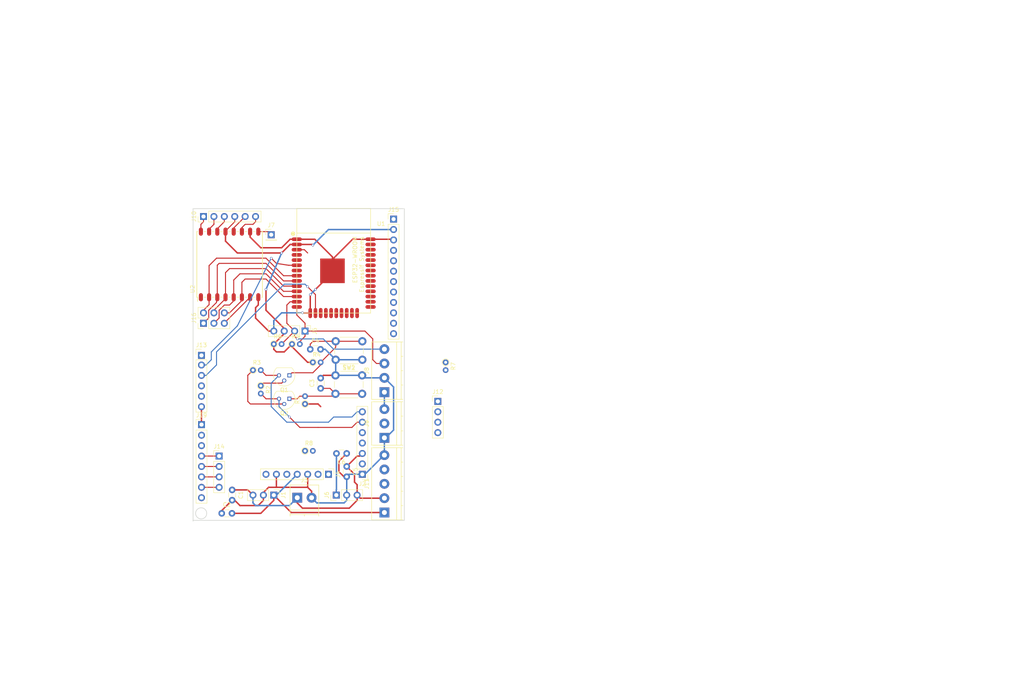
<source format=kicad_pcb>
(kicad_pcb (version 4) (host pcbnew 4.0.7-e2-6376~58~ubuntu16.04.1)

  (general
    (links 108)
    (no_connects 21)
    (area 72.949999 30.404999 124.610001 106.755001)
    (thickness 1.6)
    (drawings 48)
    (tracks 311)
    (zones 0)
    (modules 37)
    (nets 35)
  )

  (page A4)
  (layers
    (0 F.Cu signal)
    (31 B.Cu signal)
    (32 B.Adhes user)
    (33 F.Adhes user)
    (34 B.Paste user)
    (35 F.Paste user)
    (36 B.SilkS user)
    (37 F.SilkS user)
    (38 B.Mask user)
    (39 F.Mask user)
    (40 Dwgs.User user)
    (41 Cmts.User user)
    (42 Eco1.User user)
    (43 Eco2.User user)
    (44 Edge.Cuts user)
    (45 Margin user)
    (46 B.CrtYd user)
    (47 F.CrtYd user)
    (48 B.Fab user)
    (49 F.Fab user)
  )

  (setup
    (last_trace_width 0.25)
    (trace_clearance 0.2)
    (zone_clearance 0.508)
    (zone_45_only no)
    (trace_min 0.2)
    (segment_width 0.2)
    (edge_width 0.15)
    (via_size 0.6)
    (via_drill 0.4)
    (via_min_size 0.4)
    (via_min_drill 0.3)
    (uvia_size 0.3)
    (uvia_drill 0.1)
    (uvias_allowed no)
    (uvia_min_size 0.2)
    (uvia_min_drill 0.1)
    (pcb_text_width 0.3)
    (pcb_text_size 1.5 1.5)
    (mod_edge_width 0.15)
    (mod_text_size 1 1)
    (mod_text_width 0.15)
    (pad_size 1.524 1.524)
    (pad_drill 0.762)
    (pad_to_mask_clearance 0.2)
    (aux_axis_origin 0 0)
    (visible_elements FFFFFF7F)
    (pcbplotparams
      (layerselection 0x00030_80000001)
      (usegerberextensions false)
      (excludeedgelayer true)
      (linewidth 0.100000)
      (plotframeref false)
      (viasonmask false)
      (mode 1)
      (useauxorigin false)
      (hpglpennumber 1)
      (hpglpenspeed 20)
      (hpglpendiameter 15)
      (hpglpenoverlay 2)
      (psnegative false)
      (psa4output false)
      (plotreference true)
      (plotvalue true)
      (plotinvisibletext false)
      (padsonsilk false)
      (subtractmaskfromsilk false)
      (outputformat 1)
      (mirror false)
      (drillshape 1)
      (scaleselection 1)
      (outputdirectory ""))
  )

  (net 0 "")
  (net 1 VIN)
  (net 2 RESET)
  (net 3 GND)
  (net 4 0)
  (net 5 +5V)
  (net 6 RTS)
  (net 7 DTR)
  (net 8 "Net-(J7-Pad1)")
  (net 9 25)
  (net 10 SAT_RING_INDICATOR)
  (net 11 SAT_NETWORK_AVAIL)
  (net 12 27/SAT_SLEEP)
  (net 13 SAT_LION)
  (net 14 26)
  (net 15 "Net-(Q1-Pad2)")
  (net 16 "Net-(Q2-Pad2)")
  (net 17 +3V3)
  (net 18 RXD0)
  (net 19 TXD0)
  (net 20 "Net-(J12-Pad2)")
  (net 21 32)
  (net 22 33)
  (net 23 27)
  (net 24 "Net-(J9-Pad2)")
  (net 25 DIO2)
  (net 26 DIO1)
  (net 27 DIO0)
  (net 28 DIO4)
  (net 29 DIO3)
  (net 30 DIO5)
  (net 31 13)
  (net 32 34)
  (net 33 12/SDA)
  (net 34 14/SCL)

  (net_class Default "This is the default net class."
    (clearance 0.2)
    (trace_width 0.25)
    (via_dia 0.6)
    (via_drill 0.4)
    (uvia_dia 0.3)
    (uvia_drill 0.1)
    (add_net 0)
    (add_net 12/SDA)
    (add_net 13)
    (add_net 14/SCL)
    (add_net 25)
    (add_net 26)
    (add_net 27)
    (add_net 27/SAT_SLEEP)
    (add_net 32)
    (add_net 33)
    (add_net 34)
    (add_net DIO0)
    (add_net DIO1)
    (add_net DIO2)
    (add_net DIO3)
    (add_net DIO4)
    (add_net DIO5)
    (add_net DTR)
    (add_net "Net-(J12-Pad2)")
    (add_net "Net-(J7-Pad1)")
    (add_net "Net-(J9-Pad2)")
    (add_net "Net-(Q1-Pad2)")
    (add_net "Net-(Q2-Pad2)")
    (add_net RESET)
    (add_net RTS)
    (add_net RXD0)
    (add_net SAT_LION)
    (add_net SAT_NETWORK_AVAIL)
    (add_net SAT_RING_INDICATOR)
    (add_net TXD0)
  )

  (net_class power ""
    (clearance 0.2)
    (trace_width 0.35)
    (via_dia 0.6)
    (via_drill 0.4)
    (uvia_dia 0.3)
    (uvia_drill 0.1)
    (add_net +3V3)
    (add_net +5V)
    (add_net GND)
    (add_net VIN)
  )

  (module Resistors_THT:R_Axial_DIN0204_L3.6mm_D1.6mm_P1.90mm_Vertical (layer F.Cu) (tedit 5874F706) (tstamp 5B8AEDC5)
    (at 134.62 67.945 270)
    (descr "Resistor, Axial_DIN0204 series, Axial, Vertical, pin pitch=1.9mm, 0.16666666666666666W = 1/6W, length*diameter=3.6*1.6mm^2, http://cdn-reichelt.de/documents/datenblatt/B400/1_4W%23YAG.pdf")
    (tags "Resistor Axial_DIN0204 series Axial Vertical pin pitch 1.9mm 0.16666666666666666W = 1/6W length 3.6mm diameter 1.6mm")
    (path /5B88F0C7)
    (fp_text reference R7 (at 0.95 -1.86 270) (layer F.SilkS)
      (effects (font (size 1 1) (thickness 0.15)))
    )
    (fp_text value R (at 0.95 1.86 270) (layer F.Fab)
      (effects (font (size 1 1) (thickness 0.15)))
    )
    (fp_circle (center 0 0) (end 0.8 0) (layer F.Fab) (width 0.1))
    (fp_circle (center 0 0) (end 0.86 0) (layer F.SilkS) (width 0.12))
    (fp_line (start 0 0) (end 1.9 0) (layer F.Fab) (width 0.1))
    (fp_line (start 0.86 0) (end 0.9 0) (layer F.SilkS) (width 0.12))
    (fp_line (start -1.15 -1.15) (end -1.15 1.15) (layer F.CrtYd) (width 0.05))
    (fp_line (start -1.15 1.15) (end 2.95 1.15) (layer F.CrtYd) (width 0.05))
    (fp_line (start 2.95 1.15) (end 2.95 -1.15) (layer F.CrtYd) (width 0.05))
    (fp_line (start 2.95 -1.15) (end -1.15 -1.15) (layer F.CrtYd) (width 0.05))
    (pad 1 thru_hole circle (at 0 0 270) (size 1.4 1.4) (drill 0.7) (layers *.Cu *.Mask)
      (net 17 +3V3))
    (pad 2 thru_hole oval (at 1.9 0 270) (size 1.4 1.4) (drill 0.7) (layers *.Cu *.Mask)
      (net 20 "Net-(J12-Pad2)"))
    (model ${KISYS3DMOD}/Resistors_THT.3dshapes/R_Axial_DIN0204_L3.6mm_D1.6mm_P1.90mm_Vertical.wrl
      (at (xyz 0 0 0))
      (scale (xyz 0.393701 0.393701 0.393701))
      (rotate (xyz 0 0 0))
    )
  )

  (module zom:ESP32-WROOM placed (layer F.Cu) (tedit 57D08EA8) (tstamp 5B886E02)
    (at 107.315 43.18 180)
    (path /5B886D85)
    (fp_text reference U1 (at -11.557 9.017 180) (layer F.SilkS)
      (effects (font (size 1 1) (thickness 0.15)))
    )
    (fp_text value ESP32-WROOM (at 5.715 14.224 180) (layer F.Fab)
      (effects (font (size 1 1) (thickness 0.15)))
    )
    (fp_text user "Espressif Systems" (at -6.858 -0.889 270) (layer F.SilkS)
      (effects (font (size 1 1) (thickness 0.15)))
    )
    (fp_circle (center 9.906 6.604) (end 10.033 6.858) (layer F.SilkS) (width 0.5))
    (fp_text user ESP32-WROOM (at -5.207 0.254 270) (layer F.SilkS)
      (effects (font (size 1 1) (thickness 0.15)))
    )
    (fp_line (start -9 6.75) (end 9 6.75) (layer F.SilkS) (width 0.15))
    (fp_line (start 9 12.75) (end 9 -12.75) (layer F.SilkS) (width 0.15))
    (fp_line (start -9 12.75) (end -9 -12.75) (layer F.SilkS) (width 0.15))
    (fp_line (start -9 -12.75) (end 9 -12.75) (layer F.SilkS) (width 0.15))
    (fp_line (start -9 12.75) (end 9 12.75) (layer F.SilkS) (width 0.15))
    (pad 38 smd oval (at -9 5.25 180) (size 2.5 0.9) (layers F.Cu F.Paste F.Mask)
      (net 3 GND))
    (pad 37 smd oval (at -9 3.98 180) (size 2.5 0.9) (layers F.Cu F.Paste F.Mask))
    (pad 36 smd oval (at -9 2.71 180) (size 2.5 0.9) (layers F.Cu F.Paste F.Mask))
    (pad 35 smd oval (at -9 1.44 180) (size 2.5 0.9) (layers F.Cu F.Paste F.Mask)
      (net 19 TXD0))
    (pad 34 smd oval (at -9 0.17 180) (size 2.5 0.9) (layers F.Cu F.Paste F.Mask)
      (net 18 RXD0))
    (pad 33 smd oval (at -9 -1.1 180) (size 2.5 0.9) (layers F.Cu F.Paste F.Mask))
    (pad 32 smd oval (at -9 -2.37 180) (size 2.5 0.9) (layers F.Cu F.Paste F.Mask))
    (pad 31 smd oval (at -9 -3.64 180) (size 2.5 0.9) (layers F.Cu F.Paste F.Mask))
    (pad 30 smd oval (at -9 -4.91 180) (size 2.5 0.9) (layers F.Cu F.Paste F.Mask))
    (pad 29 smd oval (at -9 -6.18 180) (size 2.5 0.9) (layers F.Cu F.Paste F.Mask))
    (pad 28 smd oval (at -9 -7.45 180) (size 2.5 0.9) (layers F.Cu F.Paste F.Mask))
    (pad 27 smd oval (at -9 -8.72 180) (size 2.5 0.9) (layers F.Cu F.Paste F.Mask))
    (pad 26 smd oval (at -9 -9.99 180) (size 2.5 0.9) (layers F.Cu F.Paste F.Mask))
    (pad 25 smd oval (at -9 -11.26 180) (size 2.5 0.9) (layers F.Cu F.Paste F.Mask)
      (net 4 0))
    (pad 24 smd oval (at -5.715 -12.75 180) (size 0.9 2.5) (layers F.Cu F.Paste F.Mask))
    (pad 23 smd oval (at -4.445 -12.75 180) (size 0.9 2.5) (layers F.Cu F.Paste F.Mask))
    (pad 22 smd oval (at -3.175 -12.75 180) (size 0.9 2.5) (layers F.Cu F.Paste F.Mask))
    (pad 21 smd oval (at -1.905 -12.75 180) (size 0.9 2.5) (layers F.Cu F.Paste F.Mask))
    (pad 20 smd oval (at -0.635 -12.75 180) (size 0.9 2.5) (layers F.Cu F.Paste F.Mask))
    (pad 19 smd oval (at 0.635 -12.75 180) (size 0.9 2.5) (layers F.Cu F.Paste F.Mask))
    (pad 18 smd oval (at 1.905 -12.75 180) (size 0.9 2.5) (layers F.Cu F.Paste F.Mask))
    (pad 17 smd oval (at 3.175 -12.75 180) (size 0.9 2.5) (layers F.Cu F.Paste F.Mask))
    (pad 16 smd oval (at 4.445 -12.75 180) (size 0.9 2.5) (layers F.Cu F.Paste F.Mask)
      (net 31 13))
    (pad 15 smd oval (at 5.715 -12.75 180) (size 0.9 2.5) (layers F.Cu F.Paste F.Mask)
      (net 3 GND))
    (pad 14 smd oval (at 9 -11.26 180) (size 2.5 0.9) (layers F.Cu F.Paste F.Mask)
      (net 33 12/SDA))
    (pad 13 smd oval (at 9 -9.99 180) (size 2.5 0.9) (layers F.Cu F.Paste F.Mask)
      (net 34 14/SCL))
    (pad 12 smd oval (at 9 -8.72 180) (size 2.5 0.9) (layers F.Cu F.Paste F.Mask)
      (net 23 27))
    (pad 11 smd oval (at 9 -7.45 180) (size 2.5 0.9) (layers F.Cu F.Paste F.Mask)
      (net 14 26))
    (pad 10 smd oval (at 9 -6.18 180) (size 2.5 0.9) (layers F.Cu F.Paste F.Mask)
      (net 9 25))
    (pad 9 smd oval (at 9 -4.91 180) (size 2.5 0.9) (layers F.Cu F.Paste F.Mask)
      (net 22 33))
    (pad 8 smd oval (at 9 -3.64 180) (size 2.5 0.9) (layers F.Cu F.Paste F.Mask)
      (net 21 32))
    (pad 7 smd oval (at 9 -2.37 180) (size 2.5 0.9) (layers F.Cu F.Paste F.Mask))
    (pad 6 smd oval (at 9 -1.1 180) (size 2.5 0.9) (layers F.Cu F.Paste F.Mask)
      (net 32 34))
    (pad 5 smd oval (at 9 0.17 180) (size 2.5 0.9) (layers F.Cu F.Paste F.Mask))
    (pad 4 smd oval (at 9 1.44 180) (size 2.5 0.9) (layers F.Cu F.Paste F.Mask))
    (pad 3 smd oval (at 9 2.71 180) (size 2.5 0.9) (layers F.Cu F.Paste F.Mask)
      (net 2 RESET))
    (pad 2 smd oval (at 9 3.98 180) (size 2.5 0.9) (layers F.Cu F.Paste F.Mask)
      (net 17 +3V3))
    (pad 1 smd oval (at 9 5.25 180) (size 2.5 0.9) (layers F.Cu F.Paste F.Mask)
      (net 3 GND))
    (pad 39 smd rect (at 0.3 -2.45 180) (size 6 6) (layers F.Cu F.Paste F.Mask)
      (net 3 GND))
  )

  (module zom:RFM95 placed (layer F.Cu) (tedit 585E5D4C) (tstamp 5B886E16)
    (at 74.93 52.07 90)
    (path /5B886D30)
    (fp_text reference U2 (at 2 -2 90) (layer F.SilkS)
      (effects (font (size 1 1) (thickness 0.15)))
    )
    (fp_text value RFM95HW (at 13.5 -1.8 90) (layer F.Fab)
      (effects (font (size 1 1) (thickness 0.15)))
    )
    (fp_line (start 0 15) (end 0 14.8) (layer F.SilkS) (width 0.2))
    (fp_line (start 16 15) (end 0 15) (layer F.SilkS) (width 0.2))
    (fp_line (start 16 14.8) (end 16 15) (layer F.SilkS) (width 0.2))
    (fp_line (start 16 12.8) (end 16 13.2) (layer F.SilkS) (width 0.2))
    (fp_line (start 16 10.8) (end 16 11.2) (layer F.SilkS) (width 0.2))
    (fp_line (start 16 8.8) (end 16 9.2) (layer F.SilkS) (width 0.2))
    (fp_line (start 16 6.8) (end 16 7.2) (layer F.SilkS) (width 0.2))
    (fp_line (start 16 4.8) (end 16 5.2) (layer F.SilkS) (width 0.2))
    (fp_line (start 16 2.8) (end 16 3.2) (layer F.SilkS) (width 0.2))
    (fp_line (start 16 0.8) (end 16 1.2) (layer F.SilkS) (width 0.2))
    (fp_line (start 16 -1) (end 16 -0.8) (layer F.SilkS) (width 0.2))
    (fp_line (start 0 12.8) (end 0 13.2) (layer F.SilkS) (width 0.2))
    (fp_line (start 0 -0.8) (end 0 -1) (layer F.SilkS) (width 0.2))
    (fp_line (start -1 -0.8) (end 0 -0.8) (layer F.SilkS) (width 0.2))
    (fp_line (start 0 1.2) (end 0 0.8) (layer F.SilkS) (width 0.2))
    (fp_line (start 0 3.2) (end 0 2.8) (layer F.SilkS) (width 0.2))
    (fp_line (start 0 4.8) (end 0 5.2) (layer F.SilkS) (width 0.2))
    (fp_line (start 0 6.8) (end 0 7.2) (layer F.SilkS) (width 0.2))
    (fp_line (start 0 8.8) (end 0 9.2) (layer F.SilkS) (width 0.2))
    (fp_line (start 0 10.8) (end 0 11.2) (layer F.SilkS) (width 0.2))
    (fp_line (start 0 -1) (end 16 -1) (layer F.SilkS) (width 0.2))
    (pad 1 smd oval (at 0 0 90) (size 2 1) (layers F.Cu F.Paste F.Mask)
      (net 3 GND))
    (pad 2 smd oval (at 0 2 90) (size 2 1) (layers F.Cu F.Paste F.Mask)
      (net 21 32))
    (pad 3 smd oval (at 0 4 90) (size 2 1) (layers F.Cu F.Paste F.Mask)
      (net 22 33))
    (pad 4 smd oval (at 0 6 90) (size 2 1) (layers F.Cu F.Paste F.Mask)
      (net 9 25))
    (pad 5 smd oval (at 0 8 90) (size 2 1) (layers F.Cu F.Paste F.Mask)
      (net 14 26))
    (pad 6 smd oval (at 0 10 90) (size 2 1) (layers F.Cu F.Paste F.Mask)
      (net 23 27))
    (pad 7 smd oval (at 0 12 90) (size 2 1) (layers F.Cu F.Paste F.Mask)
      (net 30 DIO5))
    (pad 8 smd oval (at 0 14 90) (size 2 1) (layers F.Cu F.Paste F.Mask)
      (net 3 GND))
    (pad 9 smd oval (at 16 14 90) (size 2 1) (layers F.Cu F.Paste F.Mask)
      (net 8 "Net-(J7-Pad1)"))
    (pad 10 smd oval (at 16 12 90) (size 2 1) (layers F.Cu F.Paste F.Mask)
      (net 3 GND))
    (pad 11 smd oval (at 16 10 90) (size 2 1) (layers F.Cu F.Paste F.Mask)
      (net 29 DIO3))
    (pad 12 smd oval (at 16 8 90) (size 2 1) (layers F.Cu F.Paste F.Mask)
      (net 28 DIO4))
    (pad 13 smd oval (at 16 6 90) (size 2 1) (layers F.Cu F.Paste F.Mask)
      (net 17 +3V3))
    (pad 14 smd oval (at 16 4 90) (size 2 1) (layers F.Cu F.Paste F.Mask)
      (net 27 DIO0))
    (pad 15 smd oval (at 16 2 90) (size 2 1) (layers F.Cu F.Paste F.Mask)
      (net 26 DIO1))
    (pad 16 smd oval (at 16 0 90) (size 2 1) (layers F.Cu F.Paste F.Mask)
      (net 25 DIO2))
  )

  (module Pin_Headers:Pin_Header_Straight_1x07_Pitch2.54mm placed (layer F.Cu) (tedit 59650532) (tstamp 5B8AE9E9)
    (at 114.3 95.25 180)
    (descr "Through hole straight pin header, 1x07, 2.54mm pitch, single row")
    (tags "Through hole pin header THT 1x07 2.54mm single row")
    (path /5B88969E)
    (fp_text reference J2 (at 0 -2.33 180) (layer F.SilkS)
      (effects (font (size 1 1) (thickness 0.15)))
    )
    (fp_text value prog (at 0 17.57 180) (layer F.Fab)
      (effects (font (size 1 1) (thickness 0.15)))
    )
    (fp_line (start -0.635 -1.27) (end 1.27 -1.27) (layer F.Fab) (width 0.1))
    (fp_line (start 1.27 -1.27) (end 1.27 16.51) (layer F.Fab) (width 0.1))
    (fp_line (start 1.27 16.51) (end -1.27 16.51) (layer F.Fab) (width 0.1))
    (fp_line (start -1.27 16.51) (end -1.27 -0.635) (layer F.Fab) (width 0.1))
    (fp_line (start -1.27 -0.635) (end -0.635 -1.27) (layer F.Fab) (width 0.1))
    (fp_line (start -1.33 16.57) (end 1.33 16.57) (layer F.SilkS) (width 0.12))
    (fp_line (start -1.33 1.27) (end -1.33 16.57) (layer F.SilkS) (width 0.12))
    (fp_line (start 1.33 1.27) (end 1.33 16.57) (layer F.SilkS) (width 0.12))
    (fp_line (start -1.33 1.27) (end 1.33 1.27) (layer F.SilkS) (width 0.12))
    (fp_line (start -1.33 0) (end -1.33 -1.33) (layer F.SilkS) (width 0.12))
    (fp_line (start -1.33 -1.33) (end 0 -1.33) (layer F.SilkS) (width 0.12))
    (fp_line (start -1.8 -1.8) (end -1.8 17.05) (layer F.CrtYd) (width 0.05))
    (fp_line (start -1.8 17.05) (end 1.8 17.05) (layer F.CrtYd) (width 0.05))
    (fp_line (start 1.8 17.05) (end 1.8 -1.8) (layer F.CrtYd) (width 0.05))
    (fp_line (start 1.8 -1.8) (end -1.8 -1.8) (layer F.CrtYd) (width 0.05))
    (fp_text user %R (at 0 7.62 270) (layer F.Fab)
      (effects (font (size 1 1) (thickness 0.15)))
    )
    (pad 1 thru_hole rect (at 0 0 180) (size 1.7 1.7) (drill 1) (layers *.Cu *.Mask)
      (net 3 GND))
    (pad 2 thru_hole oval (at 0 2.54 180) (size 1.7 1.7) (drill 1) (layers *.Cu *.Mask))
    (pad 3 thru_hole oval (at 0 5.08 180) (size 1.7 1.7) (drill 1) (layers *.Cu *.Mask)
      (net 1 VIN))
    (pad 4 thru_hole oval (at 0 7.62 180) (size 1.7 1.7) (drill 1) (layers *.Cu *.Mask)
      (net 18 RXD0))
    (pad 5 thru_hole oval (at 0 10.16 180) (size 1.7 1.7) (drill 1) (layers *.Cu *.Mask)
      (net 19 TXD0))
    (pad 6 thru_hole oval (at 0 12.7 180) (size 1.7 1.7) (drill 1) (layers *.Cu *.Mask)
      (net 6 RTS))
    (pad 7 thru_hole oval (at 0 15.24 180) (size 1.7 1.7) (drill 1) (layers *.Cu *.Mask)
      (net 7 DTR))
    (model ${KISYS3DMOD}/Pin_Headers.3dshapes/Pin_Header_Straight_1x07_Pitch2.54mm.wrl
      (at (xyz 0 0 0))
      (scale (xyz 1 1 1))
      (rotate (xyz 0 0 0))
    )
  )

  (module Pin_Headers:Pin_Header_Straight_1x07_Pitch2.54mm placed (layer F.Cu) (tedit 59650532) (tstamp 5B8AE9F9)
    (at 106.045 95.25 270)
    (descr "Through hole straight pin header, 1x07, 2.54mm pitch, single row")
    (tags "Through hole pin header THT 1x07 2.54mm single row")
    (path /5B88BD82)
    (fp_text reference J4 (at 0 -2.33 270) (layer F.SilkS)
      (effects (font (size 1 1) (thickness 0.15)))
    )
    (fp_text value sdcard (at 0 17.57 270) (layer F.Fab)
      (effects (font (size 1 1) (thickness 0.15)))
    )
    (fp_line (start -0.635 -1.27) (end 1.27 -1.27) (layer F.Fab) (width 0.1))
    (fp_line (start 1.27 -1.27) (end 1.27 16.51) (layer F.Fab) (width 0.1))
    (fp_line (start 1.27 16.51) (end -1.27 16.51) (layer F.Fab) (width 0.1))
    (fp_line (start -1.27 16.51) (end -1.27 -0.635) (layer F.Fab) (width 0.1))
    (fp_line (start -1.27 -0.635) (end -0.635 -1.27) (layer F.Fab) (width 0.1))
    (fp_line (start -1.33 16.57) (end 1.33 16.57) (layer F.SilkS) (width 0.12))
    (fp_line (start -1.33 1.27) (end -1.33 16.57) (layer F.SilkS) (width 0.12))
    (fp_line (start 1.33 1.27) (end 1.33 16.57) (layer F.SilkS) (width 0.12))
    (fp_line (start -1.33 1.27) (end 1.33 1.27) (layer F.SilkS) (width 0.12))
    (fp_line (start -1.33 0) (end -1.33 -1.33) (layer F.SilkS) (width 0.12))
    (fp_line (start -1.33 -1.33) (end 0 -1.33) (layer F.SilkS) (width 0.12))
    (fp_line (start -1.8 -1.8) (end -1.8 17.05) (layer F.CrtYd) (width 0.05))
    (fp_line (start -1.8 17.05) (end 1.8 17.05) (layer F.CrtYd) (width 0.05))
    (fp_line (start 1.8 17.05) (end 1.8 -1.8) (layer F.CrtYd) (width 0.05))
    (fp_line (start 1.8 -1.8) (end -1.8 -1.8) (layer F.CrtYd) (width 0.05))
    (fp_text user %R (at 0 7.62 360) (layer F.Fab)
      (effects (font (size 1 1) (thickness 0.15)))
    )
    (pad 1 thru_hole rect (at 0 0 270) (size 1.7 1.7) (drill 1) (layers *.Cu *.Mask))
    (pad 2 thru_hole oval (at 0 2.54 270) (size 1.7 1.7) (drill 1) (layers *.Cu *.Mask))
    (pad 3 thru_hole oval (at 0 5.08 270) (size 1.7 1.7) (drill 1) (layers *.Cu *.Mask)
      (net 3 GND))
    (pad 4 thru_hole oval (at 0 7.62 270) (size 1.7 1.7) (drill 1) (layers *.Cu *.Mask)
      (net 17 +3V3))
    (pad 5 thru_hole oval (at 0 10.16 270) (size 1.7 1.7) (drill 1) (layers *.Cu *.Mask))
    (pad 6 thru_hole oval (at 0 12.7 270) (size 1.7 1.7) (drill 1) (layers *.Cu *.Mask)
      (net 3 GND))
    (pad 7 thru_hole oval (at 0 15.24 270) (size 1.7 1.7) (drill 1) (layers *.Cu *.Mask))
    (model ${KISYS3DMOD}/Pin_Headers.3dshapes/Pin_Header_Straight_1x07_Pitch2.54mm.wrl
      (at (xyz 0 0 0))
      (scale (xyz 1 1 1))
      (rotate (xyz 0 0 0))
    )
  )

  (module Pin_Headers:Pin_Header_Straight_1x04_Pitch2.54mm placed (layer F.Cu) (tedit 59650532) (tstamp 5B8AEA01)
    (at 100.33 60.325 270)
    (descr "Through hole straight pin header, 1x04, 2.54mm pitch, single row")
    (tags "Through hole pin header THT 1x04 2.54mm single row")
    (path /5B88CA10)
    (fp_text reference J5 (at 0 -2.33 270) (layer F.SilkS)
      (effects (font (size 1 1) (thickness 0.15)))
    )
    (fp_text value i2c-a (at 0 9.95 270) (layer F.Fab)
      (effects (font (size 1 1) (thickness 0.15)))
    )
    (fp_line (start -0.635 -1.27) (end 1.27 -1.27) (layer F.Fab) (width 0.1))
    (fp_line (start 1.27 -1.27) (end 1.27 8.89) (layer F.Fab) (width 0.1))
    (fp_line (start 1.27 8.89) (end -1.27 8.89) (layer F.Fab) (width 0.1))
    (fp_line (start -1.27 8.89) (end -1.27 -0.635) (layer F.Fab) (width 0.1))
    (fp_line (start -1.27 -0.635) (end -0.635 -1.27) (layer F.Fab) (width 0.1))
    (fp_line (start -1.33 8.95) (end 1.33 8.95) (layer F.SilkS) (width 0.12))
    (fp_line (start -1.33 1.27) (end -1.33 8.95) (layer F.SilkS) (width 0.12))
    (fp_line (start 1.33 1.27) (end 1.33 8.95) (layer F.SilkS) (width 0.12))
    (fp_line (start -1.33 1.27) (end 1.33 1.27) (layer F.SilkS) (width 0.12))
    (fp_line (start -1.33 0) (end -1.33 -1.33) (layer F.SilkS) (width 0.12))
    (fp_line (start -1.33 -1.33) (end 0 -1.33) (layer F.SilkS) (width 0.12))
    (fp_line (start -1.8 -1.8) (end -1.8 9.4) (layer F.CrtYd) (width 0.05))
    (fp_line (start -1.8 9.4) (end 1.8 9.4) (layer F.CrtYd) (width 0.05))
    (fp_line (start 1.8 9.4) (end 1.8 -1.8) (layer F.CrtYd) (width 0.05))
    (fp_line (start 1.8 -1.8) (end -1.8 -1.8) (layer F.CrtYd) (width 0.05))
    (fp_text user %R (at 0 3.81 360) (layer F.Fab)
      (effects (font (size 1 1) (thickness 0.15)))
    )
    (pad 1 thru_hole rect (at 0 0 270) (size 1.7 1.7) (drill 1) (layers *.Cu *.Mask)
      (net 33 12/SDA))
    (pad 2 thru_hole oval (at 0 2.54 270) (size 1.7 1.7) (drill 1) (layers *.Cu *.Mask)
      (net 34 14/SCL))
    (pad 3 thru_hole oval (at 0 5.08 270) (size 1.7 1.7) (drill 1) (layers *.Cu *.Mask)
      (net 17 +3V3))
    (pad 4 thru_hole oval (at 0 7.62 270) (size 1.7 1.7) (drill 1) (layers *.Cu *.Mask)
      (net 3 GND))
    (model ${KISYS3DMOD}/Pin_Headers.3dshapes/Pin_Header_Straight_1x04_Pitch2.54mm.wrl
      (at (xyz 0 0 0))
      (scale (xyz 1 1 1))
      (rotate (xyz 0 0 0))
    )
  )

  (module Pin_Headers:Pin_Header_Straight_1x03_Pitch2.54mm placed (layer F.Cu) (tedit 59650532) (tstamp 5B8AEA08)
    (at 107.95 100.33 90)
    (descr "Through hole straight pin header, 1x03, 2.54mm pitch, single row")
    (tags "Through hole pin header THT 1x03 2.54mm single row")
    (path /5B895E52)
    (fp_text reference J6 (at 0 -2.33 90) (layer F.SilkS)
      (effects (font (size 1 1) (thickness 0.15)))
    )
    (fp_text value REG:5V (at 0 7.41 90) (layer F.Fab)
      (effects (font (size 1 1) (thickness 0.15)))
    )
    (fp_line (start -0.635 -1.27) (end 1.27 -1.27) (layer F.Fab) (width 0.1))
    (fp_line (start 1.27 -1.27) (end 1.27 6.35) (layer F.Fab) (width 0.1))
    (fp_line (start 1.27 6.35) (end -1.27 6.35) (layer F.Fab) (width 0.1))
    (fp_line (start -1.27 6.35) (end -1.27 -0.635) (layer F.Fab) (width 0.1))
    (fp_line (start -1.27 -0.635) (end -0.635 -1.27) (layer F.Fab) (width 0.1))
    (fp_line (start -1.33 6.41) (end 1.33 6.41) (layer F.SilkS) (width 0.12))
    (fp_line (start -1.33 1.27) (end -1.33 6.41) (layer F.SilkS) (width 0.12))
    (fp_line (start 1.33 1.27) (end 1.33 6.41) (layer F.SilkS) (width 0.12))
    (fp_line (start -1.33 1.27) (end 1.33 1.27) (layer F.SilkS) (width 0.12))
    (fp_line (start -1.33 0) (end -1.33 -1.33) (layer F.SilkS) (width 0.12))
    (fp_line (start -1.33 -1.33) (end 0 -1.33) (layer F.SilkS) (width 0.12))
    (fp_line (start -1.8 -1.8) (end -1.8 6.85) (layer F.CrtYd) (width 0.05))
    (fp_line (start -1.8 6.85) (end 1.8 6.85) (layer F.CrtYd) (width 0.05))
    (fp_line (start 1.8 6.85) (end 1.8 -1.8) (layer F.CrtYd) (width 0.05))
    (fp_line (start 1.8 -1.8) (end -1.8 -1.8) (layer F.CrtYd) (width 0.05))
    (fp_text user %R (at 0 2.54 180) (layer F.Fab)
      (effects (font (size 1 1) (thickness 0.15)))
    )
    (pad 1 thru_hole rect (at 0 0 90) (size 1.7 1.7) (drill 1) (layers *.Cu *.Mask)
      (net 5 +5V))
    (pad 2 thru_hole oval (at 0 2.54 90) (size 1.7 1.7) (drill 1) (layers *.Cu *.Mask)
      (net 3 GND))
    (pad 3 thru_hole oval (at 0 5.08 90) (size 1.7 1.7) (drill 1) (layers *.Cu *.Mask)
      (net 1 VIN))
    (model ${KISYS3DMOD}/Pin_Headers.3dshapes/Pin_Header_Straight_1x03_Pitch2.54mm.wrl
      (at (xyz 0 0 0))
      (scale (xyz 1 1 1))
      (rotate (xyz 0 0 0))
    )
  )

  (module Pin_Headers:Pin_Header_Straight_1x01_Pitch2.54mm placed (layer F.Cu) (tedit 59650532) (tstamp 5B8AEA0D)
    (at 92.075 36.83)
    (descr "Through hole straight pin header, 1x01, 2.54mm pitch, single row")
    (tags "Through hole pin header THT 1x01 2.54mm single row")
    (path /5B88DC11)
    (fp_text reference J7 (at 0 -2.33) (layer F.SilkS)
      (effects (font (size 1 1) (thickness 0.15)))
    )
    (fp_text value ANT (at 0 2.33) (layer F.Fab)
      (effects (font (size 1 1) (thickness 0.15)))
    )
    (fp_line (start -0.635 -1.27) (end 1.27 -1.27) (layer F.Fab) (width 0.1))
    (fp_line (start 1.27 -1.27) (end 1.27 1.27) (layer F.Fab) (width 0.1))
    (fp_line (start 1.27 1.27) (end -1.27 1.27) (layer F.Fab) (width 0.1))
    (fp_line (start -1.27 1.27) (end -1.27 -0.635) (layer F.Fab) (width 0.1))
    (fp_line (start -1.27 -0.635) (end -0.635 -1.27) (layer F.Fab) (width 0.1))
    (fp_line (start -1.33 1.33) (end 1.33 1.33) (layer F.SilkS) (width 0.12))
    (fp_line (start -1.33 1.27) (end -1.33 1.33) (layer F.SilkS) (width 0.12))
    (fp_line (start 1.33 1.27) (end 1.33 1.33) (layer F.SilkS) (width 0.12))
    (fp_line (start -1.33 1.27) (end 1.33 1.27) (layer F.SilkS) (width 0.12))
    (fp_line (start -1.33 0) (end -1.33 -1.33) (layer F.SilkS) (width 0.12))
    (fp_line (start -1.33 -1.33) (end 0 -1.33) (layer F.SilkS) (width 0.12))
    (fp_line (start -1.8 -1.8) (end -1.8 1.8) (layer F.CrtYd) (width 0.05))
    (fp_line (start -1.8 1.8) (end 1.8 1.8) (layer F.CrtYd) (width 0.05))
    (fp_line (start 1.8 1.8) (end 1.8 -1.8) (layer F.CrtYd) (width 0.05))
    (fp_line (start 1.8 -1.8) (end -1.8 -1.8) (layer F.CrtYd) (width 0.05))
    (fp_text user %R (at 0 0 90) (layer F.Fab)
      (effects (font (size 1 1) (thickness 0.15)))
    )
    (pad 1 thru_hole rect (at 0 0) (size 1.7 1.7) (drill 1) (layers *.Cu *.Mask)
      (net 8 "Net-(J7-Pad1)"))
    (model ${KISYS3DMOD}/Pin_Headers.3dshapes/Pin_Header_Straight_1x01_Pitch2.54mm.wrl
      (at (xyz 0 0 0))
      (scale (xyz 1 1 1))
      (rotate (xyz 0 0 0))
    )
  )

  (module Pin_Headers:Pin_Header_Straight_1x04_Pitch2.54mm placed (layer F.Cu) (tedit 59650532) (tstamp 5B8AEA36)
    (at 132.715 77.47)
    (descr "Through hole straight pin header, 1x04, 2.54mm pitch, single row")
    (tags "Through hole pin header THT 1x04 2.54mm single row")
    (path /5B88ED29)
    (fp_text reference J12 (at 0 -2.33) (layer F.SilkS)
      (effects (font (size 1 1) (thickness 0.15)))
    )
    (fp_text value dht22 (at 0 9.95) (layer F.Fab)
      (effects (font (size 1 1) (thickness 0.15)))
    )
    (fp_line (start -0.635 -1.27) (end 1.27 -1.27) (layer F.Fab) (width 0.1))
    (fp_line (start 1.27 -1.27) (end 1.27 8.89) (layer F.Fab) (width 0.1))
    (fp_line (start 1.27 8.89) (end -1.27 8.89) (layer F.Fab) (width 0.1))
    (fp_line (start -1.27 8.89) (end -1.27 -0.635) (layer F.Fab) (width 0.1))
    (fp_line (start -1.27 -0.635) (end -0.635 -1.27) (layer F.Fab) (width 0.1))
    (fp_line (start -1.33 8.95) (end 1.33 8.95) (layer F.SilkS) (width 0.12))
    (fp_line (start -1.33 1.27) (end -1.33 8.95) (layer F.SilkS) (width 0.12))
    (fp_line (start 1.33 1.27) (end 1.33 8.95) (layer F.SilkS) (width 0.12))
    (fp_line (start -1.33 1.27) (end 1.33 1.27) (layer F.SilkS) (width 0.12))
    (fp_line (start -1.33 0) (end -1.33 -1.33) (layer F.SilkS) (width 0.12))
    (fp_line (start -1.33 -1.33) (end 0 -1.33) (layer F.SilkS) (width 0.12))
    (fp_line (start -1.8 -1.8) (end -1.8 9.4) (layer F.CrtYd) (width 0.05))
    (fp_line (start -1.8 9.4) (end 1.8 9.4) (layer F.CrtYd) (width 0.05))
    (fp_line (start 1.8 9.4) (end 1.8 -1.8) (layer F.CrtYd) (width 0.05))
    (fp_line (start 1.8 -1.8) (end -1.8 -1.8) (layer F.CrtYd) (width 0.05))
    (fp_text user %R (at 0 3.81 90) (layer F.Fab)
      (effects (font (size 1 1) (thickness 0.15)))
    )
    (pad 1 thru_hole rect (at 0 0) (size 1.7 1.7) (drill 1) (layers *.Cu *.Mask)
      (net 17 +3V3))
    (pad 2 thru_hole oval (at 0 2.54) (size 1.7 1.7) (drill 1) (layers *.Cu *.Mask)
      (net 20 "Net-(J12-Pad2)"))
    (pad 3 thru_hole oval (at 0 5.08) (size 1.7 1.7) (drill 1) (layers *.Cu *.Mask))
    (pad 4 thru_hole oval (at 0 7.62) (size 1.7 1.7) (drill 1) (layers *.Cu *.Mask)
      (net 3 GND))
    (model ${KISYS3DMOD}/Pin_Headers.3dshapes/Pin_Header_Straight_1x04_Pitch2.54mm.wrl
      (at (xyz 0 0 0))
      (scale (xyz 1 1 1))
      (rotate (xyz 0 0 0))
    )
  )

  (module Pin_Headers:Pin_Header_Straight_1x04_Pitch2.54mm placed (layer F.Cu) (tedit 59650532) (tstamp 5B8AEA51)
    (at 79.375 90.805)
    (descr "Through hole straight pin header, 1x04, 2.54mm pitch, single row")
    (tags "Through hole pin header THT 1x04 2.54mm single row")
    (path /5B8A0535)
    (fp_text reference J14 (at 0 -2.33) (layer F.SilkS)
      (effects (font (size 1 1) (thickness 0.15)))
    )
    (fp_text value satx (at 0 9.95) (layer F.Fab)
      (effects (font (size 1 1) (thickness 0.15)))
    )
    (fp_line (start -0.635 -1.27) (end 1.27 -1.27) (layer F.Fab) (width 0.1))
    (fp_line (start 1.27 -1.27) (end 1.27 8.89) (layer F.Fab) (width 0.1))
    (fp_line (start 1.27 8.89) (end -1.27 8.89) (layer F.Fab) (width 0.1))
    (fp_line (start -1.27 8.89) (end -1.27 -0.635) (layer F.Fab) (width 0.1))
    (fp_line (start -1.27 -0.635) (end -0.635 -1.27) (layer F.Fab) (width 0.1))
    (fp_line (start -1.33 8.95) (end 1.33 8.95) (layer F.SilkS) (width 0.12))
    (fp_line (start -1.33 1.27) (end -1.33 8.95) (layer F.SilkS) (width 0.12))
    (fp_line (start 1.33 1.27) (end 1.33 8.95) (layer F.SilkS) (width 0.12))
    (fp_line (start -1.33 1.27) (end 1.33 1.27) (layer F.SilkS) (width 0.12))
    (fp_line (start -1.33 0) (end -1.33 -1.33) (layer F.SilkS) (width 0.12))
    (fp_line (start -1.33 -1.33) (end 0 -1.33) (layer F.SilkS) (width 0.12))
    (fp_line (start -1.8 -1.8) (end -1.8 9.4) (layer F.CrtYd) (width 0.05))
    (fp_line (start -1.8 9.4) (end 1.8 9.4) (layer F.CrtYd) (width 0.05))
    (fp_line (start 1.8 9.4) (end 1.8 -1.8) (layer F.CrtYd) (width 0.05))
    (fp_line (start 1.8 -1.8) (end -1.8 -1.8) (layer F.CrtYd) (width 0.05))
    (fp_text user %R (at 0 3.81 90) (layer F.Fab)
      (effects (font (size 1 1) (thickness 0.15)))
    )
    (pad 1 thru_hole rect (at 0 0) (size 1.7 1.7) (drill 1) (layers *.Cu *.Mask)
      (net 10 SAT_RING_INDICATOR))
    (pad 2 thru_hole oval (at 0 2.54) (size 1.7 1.7) (drill 1) (layers *.Cu *.Mask)
      (net 11 SAT_NETWORK_AVAIL))
    (pad 3 thru_hole oval (at 0 5.08) (size 1.7 1.7) (drill 1) (layers *.Cu *.Mask)
      (net 12 27/SAT_SLEEP))
    (pad 4 thru_hole oval (at 0 7.62) (size 1.7 1.7) (drill 1) (layers *.Cu *.Mask)
      (net 13 SAT_LION))
    (model ${KISYS3DMOD}/Pin_Headers.3dshapes/Pin_Header_Straight_1x04_Pitch2.54mm.wrl
      (at (xyz 0 0 0))
      (scale (xyz 1 1 1))
      (rotate (xyz 0 0 0))
    )
  )

  (module TO_SOT_Packages_THT:TO-92_Molded_Narrow placed (layer F.Cu) (tedit 58CE52AF) (tstamp 5B8AEA64)
    (at 96.52 71.12 180)
    (descr "TO-92 leads molded, narrow, drill 0.6mm (see NXP sot054_po.pdf)")
    (tags "to-92 sc-43 sc-43a sot54 PA33 transistor")
    (path /5B8887FC)
    (fp_text reference Q1 (at 1.27 -3.56 180) (layer F.SilkS)
      (effects (font (size 1 1) (thickness 0.15)))
    )
    (fp_text value Q_NPN_CBE (at 1.27 2.79 180) (layer F.Fab)
      (effects (font (size 1 1) (thickness 0.15)))
    )
    (fp_text user %R (at 1.27 -3.56 180) (layer F.Fab)
      (effects (font (size 1 1) (thickness 0.15)))
    )
    (fp_line (start -0.53 1.85) (end 3.07 1.85) (layer F.SilkS) (width 0.12))
    (fp_line (start -0.5 1.75) (end 3 1.75) (layer F.Fab) (width 0.1))
    (fp_line (start -1.46 -2.73) (end 4 -2.73) (layer F.CrtYd) (width 0.05))
    (fp_line (start -1.46 -2.73) (end -1.46 2.01) (layer F.CrtYd) (width 0.05))
    (fp_line (start 4 2.01) (end 4 -2.73) (layer F.CrtYd) (width 0.05))
    (fp_line (start 4 2.01) (end -1.46 2.01) (layer F.CrtYd) (width 0.05))
    (fp_arc (start 1.27 0) (end 1.27 -2.48) (angle 135) (layer F.Fab) (width 0.1))
    (fp_arc (start 1.27 0) (end 1.27 -2.6) (angle -135) (layer F.SilkS) (width 0.12))
    (fp_arc (start 1.27 0) (end 1.27 -2.48) (angle -135) (layer F.Fab) (width 0.1))
    (fp_arc (start 1.27 0) (end 1.27 -2.6) (angle 135) (layer F.SilkS) (width 0.12))
    (pad 2 thru_hole circle (at 1.27 -1.27 270) (size 1 1) (drill 0.6) (layers *.Cu *.Mask)
      (net 15 "Net-(Q1-Pad2)"))
    (pad 3 thru_hole circle (at 2.54 0 270) (size 1 1) (drill 0.6) (layers *.Cu *.Mask)
      (net 7 DTR))
    (pad 1 thru_hole rect (at 0 0 270) (size 1 1) (drill 0.6) (layers *.Cu *.Mask)
      (net 4 0))
    (model ${KISYS3DMOD}/TO_SOT_Packages_THT.3dshapes/TO-92_Molded_Narrow.wrl
      (at (xyz 0.05 0 0))
      (scale (xyz 1 1 1))
      (rotate (xyz 0 0 -90))
    )
  )

  (module TO_SOT_Packages_THT:TO-92_Molded_Narrow placed (layer F.Cu) (tedit 58CE52AF) (tstamp 5B8AEA6B)
    (at 96.52 76.835 180)
    (descr "TO-92 leads molded, narrow, drill 0.6mm (see NXP sot054_po.pdf)")
    (tags "to-92 sc-43 sc-43a sot54 PA33 transistor")
    (path /5B888A61)
    (fp_text reference Q2 (at 1.27 -3.56 180) (layer F.SilkS)
      (effects (font (size 1 1) (thickness 0.15)))
    )
    (fp_text value Q_NPN_CBE (at 1.27 2.79 180) (layer F.Fab)
      (effects (font (size 1 1) (thickness 0.15)))
    )
    (fp_text user %R (at 1.27 -3.56 180) (layer F.Fab)
      (effects (font (size 1 1) (thickness 0.15)))
    )
    (fp_line (start -0.53 1.85) (end 3.07 1.85) (layer F.SilkS) (width 0.12))
    (fp_line (start -0.5 1.75) (end 3 1.75) (layer F.Fab) (width 0.1))
    (fp_line (start -1.46 -2.73) (end 4 -2.73) (layer F.CrtYd) (width 0.05))
    (fp_line (start -1.46 -2.73) (end -1.46 2.01) (layer F.CrtYd) (width 0.05))
    (fp_line (start 4 2.01) (end 4 -2.73) (layer F.CrtYd) (width 0.05))
    (fp_line (start 4 2.01) (end -1.46 2.01) (layer F.CrtYd) (width 0.05))
    (fp_arc (start 1.27 0) (end 1.27 -2.48) (angle 135) (layer F.Fab) (width 0.1))
    (fp_arc (start 1.27 0) (end 1.27 -2.6) (angle -135) (layer F.SilkS) (width 0.12))
    (fp_arc (start 1.27 0) (end 1.27 -2.48) (angle -135) (layer F.Fab) (width 0.1))
    (fp_arc (start 1.27 0) (end 1.27 -2.6) (angle 135) (layer F.SilkS) (width 0.12))
    (pad 2 thru_hole circle (at 1.27 -1.27 270) (size 1 1) (drill 0.6) (layers *.Cu *.Mask)
      (net 16 "Net-(Q2-Pad2)"))
    (pad 3 thru_hole circle (at 2.54 0 270) (size 1 1) (drill 0.6) (layers *.Cu *.Mask)
      (net 6 RTS))
    (pad 1 thru_hole rect (at 0 0 270) (size 1 1) (drill 0.6) (layers *.Cu *.Mask)
      (net 2 RESET))
    (model ${KISYS3DMOD}/TO_SOT_Packages_THT.3dshapes/TO-92_Molded_Narrow.wrl
      (at (xyz 0.05 0 0))
      (scale (xyz 1 1 1))
      (rotate (xyz 0 0 -90))
    )
  )

  (module Buttons_Switches_THT:SW_PUSH_6mm placed (layer F.Cu) (tedit 5923F252) (tstamp 5B8AEA9D)
    (at 107.75 71.12)
    (descr https://www.omron.com/ecb/products/pdf/en-b3f.pdf)
    (tags "tact sw push 6mm")
    (path /5B88A03B)
    (fp_text reference SW1 (at 3.25 -2) (layer F.SilkS)
      (effects (font (size 1 1) (thickness 0.15)))
    )
    (fp_text value SW_Push (at 3.75 6.7) (layer F.Fab)
      (effects (font (size 1 1) (thickness 0.15)))
    )
    (fp_text user %R (at 3.25 2.25) (layer F.Fab)
      (effects (font (size 1 1) (thickness 0.15)))
    )
    (fp_line (start 3.25 -0.75) (end 6.25 -0.75) (layer F.Fab) (width 0.1))
    (fp_line (start 6.25 -0.75) (end 6.25 5.25) (layer F.Fab) (width 0.1))
    (fp_line (start 6.25 5.25) (end 0.25 5.25) (layer F.Fab) (width 0.1))
    (fp_line (start 0.25 5.25) (end 0.25 -0.75) (layer F.Fab) (width 0.1))
    (fp_line (start 0.25 -0.75) (end 3.25 -0.75) (layer F.Fab) (width 0.1))
    (fp_line (start 7.75 6) (end 8 6) (layer F.CrtYd) (width 0.05))
    (fp_line (start 8 6) (end 8 5.75) (layer F.CrtYd) (width 0.05))
    (fp_line (start 7.75 -1.5) (end 8 -1.5) (layer F.CrtYd) (width 0.05))
    (fp_line (start 8 -1.5) (end 8 -1.25) (layer F.CrtYd) (width 0.05))
    (fp_line (start -1.5 -1.25) (end -1.5 -1.5) (layer F.CrtYd) (width 0.05))
    (fp_line (start -1.5 -1.5) (end -1.25 -1.5) (layer F.CrtYd) (width 0.05))
    (fp_line (start -1.5 5.75) (end -1.5 6) (layer F.CrtYd) (width 0.05))
    (fp_line (start -1.5 6) (end -1.25 6) (layer F.CrtYd) (width 0.05))
    (fp_line (start -1.25 -1.5) (end 7.75 -1.5) (layer F.CrtYd) (width 0.05))
    (fp_line (start -1.5 5.75) (end -1.5 -1.25) (layer F.CrtYd) (width 0.05))
    (fp_line (start 7.75 6) (end -1.25 6) (layer F.CrtYd) (width 0.05))
    (fp_line (start 8 -1.25) (end 8 5.75) (layer F.CrtYd) (width 0.05))
    (fp_line (start 1 5.5) (end 5.5 5.5) (layer F.SilkS) (width 0.12))
    (fp_line (start -0.25 1.5) (end -0.25 3) (layer F.SilkS) (width 0.12))
    (fp_line (start 5.5 -1) (end 1 -1) (layer F.SilkS) (width 0.12))
    (fp_line (start 6.75 3) (end 6.75 1.5) (layer F.SilkS) (width 0.12))
    (fp_circle (center 3.25 2.25) (end 1.25 2.5) (layer F.Fab) (width 0.1))
    (pad 2 thru_hole circle (at 0 4.5 90) (size 2 2) (drill 1.1) (layers *.Cu *.Mask)
      (net 2 RESET))
    (pad 1 thru_hole circle (at 0 0 90) (size 2 2) (drill 1.1) (layers *.Cu *.Mask)
      (net 3 GND))
    (pad 2 thru_hole circle (at 6.5 4.5 90) (size 2 2) (drill 1.1) (layers *.Cu *.Mask)
      (net 2 RESET))
    (pad 1 thru_hole circle (at 6.5 0 90) (size 2 2) (drill 1.1) (layers *.Cu *.Mask)
      (net 3 GND))
    (model ${KISYS3DMOD}/Buttons_Switches_THT.3dshapes/SW_PUSH_6mm.wrl
      (at (xyz 0.005 0 0))
      (scale (xyz 0.3937 0.3937 0.3937))
      (rotate (xyz 0 0 0))
    )
  )

  (module Buttons_Switches_THT:SW_PUSH_6mm placed (layer F.Cu) (tedit 5923F252) (tstamp 5B8AEAA5)
    (at 114.3 67.31 180)
    (descr https://www.omron.com/ecb/products/pdf/en-b3f.pdf)
    (tags "tact sw push 6mm")
    (path /5B88B2E6)
    (fp_text reference SW2 (at 3.25 -2 180) (layer F.SilkS)
      (effects (font (size 1 1) (thickness 0.15)))
    )
    (fp_text value SW_Push (at 3.75 6.7 180) (layer F.Fab)
      (effects (font (size 1 1) (thickness 0.15)))
    )
    (fp_text user %R (at 3.25 2.25 180) (layer F.Fab)
      (effects (font (size 1 1) (thickness 0.15)))
    )
    (fp_line (start 3.25 -0.75) (end 6.25 -0.75) (layer F.Fab) (width 0.1))
    (fp_line (start 6.25 -0.75) (end 6.25 5.25) (layer F.Fab) (width 0.1))
    (fp_line (start 6.25 5.25) (end 0.25 5.25) (layer F.Fab) (width 0.1))
    (fp_line (start 0.25 5.25) (end 0.25 -0.75) (layer F.Fab) (width 0.1))
    (fp_line (start 0.25 -0.75) (end 3.25 -0.75) (layer F.Fab) (width 0.1))
    (fp_line (start 7.75 6) (end 8 6) (layer F.CrtYd) (width 0.05))
    (fp_line (start 8 6) (end 8 5.75) (layer F.CrtYd) (width 0.05))
    (fp_line (start 7.75 -1.5) (end 8 -1.5) (layer F.CrtYd) (width 0.05))
    (fp_line (start 8 -1.5) (end 8 -1.25) (layer F.CrtYd) (width 0.05))
    (fp_line (start -1.5 -1.25) (end -1.5 -1.5) (layer F.CrtYd) (width 0.05))
    (fp_line (start -1.5 -1.5) (end -1.25 -1.5) (layer F.CrtYd) (width 0.05))
    (fp_line (start -1.5 5.75) (end -1.5 6) (layer F.CrtYd) (width 0.05))
    (fp_line (start -1.5 6) (end -1.25 6) (layer F.CrtYd) (width 0.05))
    (fp_line (start -1.25 -1.5) (end 7.75 -1.5) (layer F.CrtYd) (width 0.05))
    (fp_line (start -1.5 5.75) (end -1.5 -1.25) (layer F.CrtYd) (width 0.05))
    (fp_line (start 7.75 6) (end -1.25 6) (layer F.CrtYd) (width 0.05))
    (fp_line (start 8 -1.25) (end 8 5.75) (layer F.CrtYd) (width 0.05))
    (fp_line (start 1 5.5) (end 5.5 5.5) (layer F.SilkS) (width 0.12))
    (fp_line (start -0.25 1.5) (end -0.25 3) (layer F.SilkS) (width 0.12))
    (fp_line (start 5.5 -1) (end 1 -1) (layer F.SilkS) (width 0.12))
    (fp_line (start 6.75 3) (end 6.75 1.5) (layer F.SilkS) (width 0.12))
    (fp_circle (center 3.25 2.25) (end 1.25 2.5) (layer F.Fab) (width 0.1))
    (pad 2 thru_hole circle (at 0 4.5 270) (size 2 2) (drill 1.1) (layers *.Cu *.Mask)
      (net 4 0))
    (pad 1 thru_hole circle (at 0 0 270) (size 2 2) (drill 1.1) (layers *.Cu *.Mask)
      (net 3 GND))
    (pad 2 thru_hole circle (at 6.5 4.5 270) (size 2 2) (drill 1.1) (layers *.Cu *.Mask)
      (net 4 0))
    (pad 1 thru_hole circle (at 6.5 0 270) (size 2 2) (drill 1.1) (layers *.Cu *.Mask)
      (net 3 GND))
    (model ${KISYS3DMOD}/Buttons_Switches_THT.3dshapes/SW_PUSH_6mm.wrl
      (at (xyz 0.005 0 0))
      (scale (xyz 0.3937 0.3937 0.3937))
      (rotate (xyz 0 0 0))
    )
  )

  (module Capacitors_THT:C_Disc_D3.0mm_W1.6mm_P2.50mm (layer F.Cu) (tedit 597BC7C2) (tstamp 5B8AEBFA)
    (at 104.14 74.295 90)
    (descr "C, Disc series, Radial, pin pitch=2.50mm, , diameter*width=3.0*1.6mm^2, Capacitor, http://www.vishay.com/docs/45233/krseries.pdf")
    (tags "C Disc series Radial pin pitch 2.50mm  diameter 3.0mm width 1.6mm Capacitor")
    (path /5B88A9A8)
    (fp_text reference C3 (at 1.25 -2.11 90) (layer F.SilkS)
      (effects (font (size 1 1) (thickness 0.15)))
    )
    (fp_text value C (at 1.25 2.11 90) (layer F.Fab)
      (effects (font (size 1 1) (thickness 0.15)))
    )
    (fp_line (start -0.25 -0.8) (end -0.25 0.8) (layer F.Fab) (width 0.1))
    (fp_line (start -0.25 0.8) (end 2.75 0.8) (layer F.Fab) (width 0.1))
    (fp_line (start 2.75 0.8) (end 2.75 -0.8) (layer F.Fab) (width 0.1))
    (fp_line (start 2.75 -0.8) (end -0.25 -0.8) (layer F.Fab) (width 0.1))
    (fp_line (start 0.663 -0.861) (end 1.837 -0.861) (layer F.SilkS) (width 0.12))
    (fp_line (start 0.663 0.861) (end 1.837 0.861) (layer F.SilkS) (width 0.12))
    (fp_line (start -1.05 -1.15) (end -1.05 1.15) (layer F.CrtYd) (width 0.05))
    (fp_line (start -1.05 1.15) (end 3.55 1.15) (layer F.CrtYd) (width 0.05))
    (fp_line (start 3.55 1.15) (end 3.55 -1.15) (layer F.CrtYd) (width 0.05))
    (fp_line (start 3.55 -1.15) (end -1.05 -1.15) (layer F.CrtYd) (width 0.05))
    (fp_text user %R (at 1.25 0 90) (layer F.Fab)
      (effects (font (size 1 1) (thickness 0.15)))
    )
    (pad 1 thru_hole circle (at 0 0 90) (size 1.6 1.6) (drill 0.8) (layers *.Cu *.Mask)
      (net 2 RESET))
    (pad 2 thru_hole circle (at 2.5 0 90) (size 1.6 1.6) (drill 0.8) (layers *.Cu *.Mask)
      (net 3 GND))
    (model ${KISYS3DMOD}/Capacitors_THT.3dshapes/C_Disc_D3.0mm_W1.6mm_P2.50mm.wrl
      (at (xyz 0 0 0))
      (scale (xyz 1 1 1))
      (rotate (xyz 0 0 0))
    )
  )

  (module Capacitors_THT:C_Disc_D3.0mm_W1.6mm_P2.50mm (layer F.Cu) (tedit 597BC7C2) (tstamp 5B8AEBFF)
    (at 101.6 64.77)
    (descr "C, Disc series, Radial, pin pitch=2.50mm, , diameter*width=3.0*1.6mm^2, Capacitor, http://www.vishay.com/docs/45233/krseries.pdf")
    (tags "C Disc series Radial pin pitch 2.50mm  diameter 3.0mm width 1.6mm Capacitor")
    (path /5B88B303)
    (fp_text reference C4 (at 1.25 -2.11) (layer F.SilkS)
      (effects (font (size 1 1) (thickness 0.15)))
    )
    (fp_text value C (at 1.25 2.11) (layer F.Fab)
      (effects (font (size 1 1) (thickness 0.15)))
    )
    (fp_line (start -0.25 -0.8) (end -0.25 0.8) (layer F.Fab) (width 0.1))
    (fp_line (start -0.25 0.8) (end 2.75 0.8) (layer F.Fab) (width 0.1))
    (fp_line (start 2.75 0.8) (end 2.75 -0.8) (layer F.Fab) (width 0.1))
    (fp_line (start 2.75 -0.8) (end -0.25 -0.8) (layer F.Fab) (width 0.1))
    (fp_line (start 0.663 -0.861) (end 1.837 -0.861) (layer F.SilkS) (width 0.12))
    (fp_line (start 0.663 0.861) (end 1.837 0.861) (layer F.SilkS) (width 0.12))
    (fp_line (start -1.05 -1.15) (end -1.05 1.15) (layer F.CrtYd) (width 0.05))
    (fp_line (start -1.05 1.15) (end 3.55 1.15) (layer F.CrtYd) (width 0.05))
    (fp_line (start 3.55 1.15) (end 3.55 -1.15) (layer F.CrtYd) (width 0.05))
    (fp_line (start 3.55 -1.15) (end -1.05 -1.15) (layer F.CrtYd) (width 0.05))
    (fp_text user %R (at 1.25 0) (layer F.Fab)
      (effects (font (size 1 1) (thickness 0.15)))
    )
    (pad 1 thru_hole circle (at 0 0) (size 1.6 1.6) (drill 0.8) (layers *.Cu *.Mask)
      (net 4 0))
    (pad 2 thru_hole circle (at 2.5 0) (size 1.6 1.6) (drill 0.8) (layers *.Cu *.Mask)
      (net 3 GND))
    (model ${KISYS3DMOD}/Capacitors_THT.3dshapes/C_Disc_D3.0mm_W1.6mm_P2.50mm.wrl
      (at (xyz 0 0 0))
      (scale (xyz 1 1 1))
      (rotate (xyz 0 0 0))
    )
  )

  (module Capacitors_THT:C_Disc_D3.0mm_W1.6mm_P2.50mm (layer F.Cu) (tedit 597BC7C2) (tstamp 5B8AEC04)
    (at 110.49 93.345 270)
    (descr "C, Disc series, Radial, pin pitch=2.50mm, , diameter*width=3.0*1.6mm^2, Capacitor, http://www.vishay.com/docs/45233/krseries.pdf")
    (tags "C Disc series Radial pin pitch 2.50mm  diameter 3.0mm width 1.6mm Capacitor")
    (path /5B895E66)
    (fp_text reference C5 (at 1.25 -2.11 270) (layer F.SilkS)
      (effects (font (size 1 1) (thickness 0.15)))
    )
    (fp_text value "10 uF" (at 1.25 2.11 270) (layer F.Fab)
      (effects (font (size 1 1) (thickness 0.15)))
    )
    (fp_line (start -0.25 -0.8) (end -0.25 0.8) (layer F.Fab) (width 0.1))
    (fp_line (start -0.25 0.8) (end 2.75 0.8) (layer F.Fab) (width 0.1))
    (fp_line (start 2.75 0.8) (end 2.75 -0.8) (layer F.Fab) (width 0.1))
    (fp_line (start 2.75 -0.8) (end -0.25 -0.8) (layer F.Fab) (width 0.1))
    (fp_line (start 0.663 -0.861) (end 1.837 -0.861) (layer F.SilkS) (width 0.12))
    (fp_line (start 0.663 0.861) (end 1.837 0.861) (layer F.SilkS) (width 0.12))
    (fp_line (start -1.05 -1.15) (end -1.05 1.15) (layer F.CrtYd) (width 0.05))
    (fp_line (start -1.05 1.15) (end 3.55 1.15) (layer F.CrtYd) (width 0.05))
    (fp_line (start 3.55 1.15) (end 3.55 -1.15) (layer F.CrtYd) (width 0.05))
    (fp_line (start 3.55 -1.15) (end -1.05 -1.15) (layer F.CrtYd) (width 0.05))
    (fp_text user %R (at 1.25 0 270) (layer F.Fab)
      (effects (font (size 1 1) (thickness 0.15)))
    )
    (pad 1 thru_hole circle (at 0 0 270) (size 1.6 1.6) (drill 0.8) (layers *.Cu *.Mask)
      (net 1 VIN))
    (pad 2 thru_hole circle (at 2.5 0 270) (size 1.6 1.6) (drill 0.8) (layers *.Cu *.Mask)
      (net 3 GND))
    (model ${KISYS3DMOD}/Capacitors_THT.3dshapes/C_Disc_D3.0mm_W1.6mm_P2.50mm.wrl
      (at (xyz 0 0 0))
      (scale (xyz 1 1 1))
      (rotate (xyz 0 0 0))
    )
  )

  (module Capacitors_THT:C_Disc_D3.0mm_W1.6mm_P2.50mm (layer F.Cu) (tedit 597BC7C2) (tstamp 5B8AEC09)
    (at 110.49 90.17 180)
    (descr "C, Disc series, Radial, pin pitch=2.50mm, , diameter*width=3.0*1.6mm^2, Capacitor, http://www.vishay.com/docs/45233/krseries.pdf")
    (tags "C Disc series Radial pin pitch 2.50mm  diameter 3.0mm width 1.6mm Capacitor")
    (path /5B895E6C)
    (fp_text reference C6 (at 1.25 -2.11 180) (layer F.SilkS)
      (effects (font (size 1 1) (thickness 0.15)))
    )
    (fp_text value "22 uF" (at 1.25 2.11 180) (layer F.Fab)
      (effects (font (size 1 1) (thickness 0.15)))
    )
    (fp_line (start -0.25 -0.8) (end -0.25 0.8) (layer F.Fab) (width 0.1))
    (fp_line (start -0.25 0.8) (end 2.75 0.8) (layer F.Fab) (width 0.1))
    (fp_line (start 2.75 0.8) (end 2.75 -0.8) (layer F.Fab) (width 0.1))
    (fp_line (start 2.75 -0.8) (end -0.25 -0.8) (layer F.Fab) (width 0.1))
    (fp_line (start 0.663 -0.861) (end 1.837 -0.861) (layer F.SilkS) (width 0.12))
    (fp_line (start 0.663 0.861) (end 1.837 0.861) (layer F.SilkS) (width 0.12))
    (fp_line (start -1.05 -1.15) (end -1.05 1.15) (layer F.CrtYd) (width 0.05))
    (fp_line (start -1.05 1.15) (end 3.55 1.15) (layer F.CrtYd) (width 0.05))
    (fp_line (start 3.55 1.15) (end 3.55 -1.15) (layer F.CrtYd) (width 0.05))
    (fp_line (start 3.55 -1.15) (end -1.05 -1.15) (layer F.CrtYd) (width 0.05))
    (fp_text user %R (at 1.25 0 180) (layer F.Fab)
      (effects (font (size 1 1) (thickness 0.15)))
    )
    (pad 1 thru_hole circle (at 0 0 180) (size 1.6 1.6) (drill 0.8) (layers *.Cu *.Mask)
      (net 3 GND))
    (pad 2 thru_hole circle (at 2.5 0 180) (size 1.6 1.6) (drill 0.8) (layers *.Cu *.Mask)
      (net 5 +5V))
    (model ${KISYS3DMOD}/Capacitors_THT.3dshapes/C_Disc_D3.0mm_W1.6mm_P2.50mm.wrl
      (at (xyz 0 0 0))
      (scale (xyz 1 1 1))
      (rotate (xyz 0 0 0))
    )
  )

  (module Capacitors_THT:C_Disc_D3.0mm_W1.6mm_P2.50mm (layer F.Cu) (tedit 597BC7C2) (tstamp 5B8AEC64)
    (at 82.55 99.06 270)
    (descr "C, Disc series, Radial, pin pitch=2.50mm, , diameter*width=3.0*1.6mm^2, Capacitor, http://www.vishay.com/docs/45233/krseries.pdf")
    (tags "C Disc series Radial pin pitch 2.50mm  diameter 3.0mm width 1.6mm Capacitor")
    (path /5B8877C4)
    (fp_text reference C1 (at 1.25 -2.11 270) (layer F.SilkS)
      (effects (font (size 1 1) (thickness 0.15)))
    )
    (fp_text value "10 uF" (at 1.25 2.11 270) (layer F.Fab)
      (effects (font (size 1 1) (thickness 0.15)))
    )
    (fp_line (start -0.25 -0.8) (end -0.25 0.8) (layer F.Fab) (width 0.1))
    (fp_line (start -0.25 0.8) (end 2.75 0.8) (layer F.Fab) (width 0.1))
    (fp_line (start 2.75 0.8) (end 2.75 -0.8) (layer F.Fab) (width 0.1))
    (fp_line (start 2.75 -0.8) (end -0.25 -0.8) (layer F.Fab) (width 0.1))
    (fp_line (start 0.663 -0.861) (end 1.837 -0.861) (layer F.SilkS) (width 0.12))
    (fp_line (start 0.663 0.861) (end 1.837 0.861) (layer F.SilkS) (width 0.12))
    (fp_line (start -1.05 -1.15) (end -1.05 1.15) (layer F.CrtYd) (width 0.05))
    (fp_line (start -1.05 1.15) (end 3.55 1.15) (layer F.CrtYd) (width 0.05))
    (fp_line (start 3.55 1.15) (end 3.55 -1.15) (layer F.CrtYd) (width 0.05))
    (fp_line (start 3.55 -1.15) (end -1.05 -1.15) (layer F.CrtYd) (width 0.05))
    (fp_text user %R (at 1.25 0 270) (layer F.Fab)
      (effects (font (size 1 1) (thickness 0.15)))
    )
    (pad 1 thru_hole circle (at 0 0 270) (size 1.6 1.6) (drill 0.8) (layers *.Cu *.Mask)
      (net 1 VIN))
    (pad 2 thru_hole circle (at 2.5 0 270) (size 1.6 1.6) (drill 0.8) (layers *.Cu *.Mask)
      (net 3 GND))
    (model ${KISYS3DMOD}/Capacitors_THT.3dshapes/C_Disc_D3.0mm_W1.6mm_P2.50mm.wrl
      (at (xyz 0 0 0))
      (scale (xyz 1 1 1))
      (rotate (xyz 0 0 0))
    )
  )

  (module Capacitors_THT:C_Disc_D3.0mm_W1.6mm_P2.50mm (layer F.Cu) (tedit 597BC7C2) (tstamp 5B8AEC69)
    (at 80.01 104.775)
    (descr "C, Disc series, Radial, pin pitch=2.50mm, , diameter*width=3.0*1.6mm^2, Capacitor, http://www.vishay.com/docs/45233/krseries.pdf")
    (tags "C Disc series Radial pin pitch 2.50mm  diameter 3.0mm width 1.6mm Capacitor")
    (path /5B88787B)
    (fp_text reference C2 (at 1.25 -2.11) (layer F.SilkS)
      (effects (font (size 1 1) (thickness 0.15)))
    )
    (fp_text value "22 uF" (at 1.25 2.11) (layer F.Fab)
      (effects (font (size 1 1) (thickness 0.15)))
    )
    (fp_line (start -0.25 -0.8) (end -0.25 0.8) (layer F.Fab) (width 0.1))
    (fp_line (start -0.25 0.8) (end 2.75 0.8) (layer F.Fab) (width 0.1))
    (fp_line (start 2.75 0.8) (end 2.75 -0.8) (layer F.Fab) (width 0.1))
    (fp_line (start 2.75 -0.8) (end -0.25 -0.8) (layer F.Fab) (width 0.1))
    (fp_line (start 0.663 -0.861) (end 1.837 -0.861) (layer F.SilkS) (width 0.12))
    (fp_line (start 0.663 0.861) (end 1.837 0.861) (layer F.SilkS) (width 0.12))
    (fp_line (start -1.05 -1.15) (end -1.05 1.15) (layer F.CrtYd) (width 0.05))
    (fp_line (start -1.05 1.15) (end 3.55 1.15) (layer F.CrtYd) (width 0.05))
    (fp_line (start 3.55 1.15) (end 3.55 -1.15) (layer F.CrtYd) (width 0.05))
    (fp_line (start 3.55 -1.15) (end -1.05 -1.15) (layer F.CrtYd) (width 0.05))
    (fp_text user %R (at 1.25 0) (layer F.Fab)
      (effects (font (size 1 1) (thickness 0.15)))
    )
    (pad 1 thru_hole circle (at 0 0) (size 1.6 1.6) (drill 0.8) (layers *.Cu *.Mask)
      (net 3 GND))
    (pad 2 thru_hole circle (at 2.5 0) (size 1.6 1.6) (drill 0.8) (layers *.Cu *.Mask)
      (net 17 +3V3))
    (model ${KISYS3DMOD}/Capacitors_THT.3dshapes/C_Disc_D3.0mm_W1.6mm_P2.50mm.wrl
      (at (xyz 0 0 0))
      (scale (xyz 1 1 1))
      (rotate (xyz 0 0 0))
    )
  )

  (module Resistors_THT:R_Axial_DIN0204_L3.6mm_D1.6mm_P1.90mm_Vertical (layer F.Cu) (tedit 5874F706) (tstamp 5B8AEDA7)
    (at 100.33 78.105 90)
    (descr "Resistor, Axial_DIN0204 series, Axial, Vertical, pin pitch=1.9mm, 0.16666666666666666W = 1/6W, length*diameter=3.6*1.6mm^2, http://cdn-reichelt.de/documents/datenblatt/B400/1_4W%23YAG.pdf")
    (tags "Resistor Axial_DIN0204 series Axial Vertical pin pitch 1.9mm 0.16666666666666666W = 1/6W length 3.6mm diameter 1.6mm")
    (path /5B88A2DD)
    (fp_text reference R1 (at 0.95 -1.86 90) (layer F.SilkS)
      (effects (font (size 1 1) (thickness 0.15)))
    )
    (fp_text value 10K (at 0.95 1.86 90) (layer F.Fab)
      (effects (font (size 1 1) (thickness 0.15)))
    )
    (fp_circle (center 0 0) (end 0.8 0) (layer F.Fab) (width 0.1))
    (fp_circle (center 0 0) (end 0.86 0) (layer F.SilkS) (width 0.12))
    (fp_line (start 0 0) (end 1.9 0) (layer F.Fab) (width 0.1))
    (fp_line (start 0.86 0) (end 0.9 0) (layer F.SilkS) (width 0.12))
    (fp_line (start -1.15 -1.15) (end -1.15 1.15) (layer F.CrtYd) (width 0.05))
    (fp_line (start -1.15 1.15) (end 2.95 1.15) (layer F.CrtYd) (width 0.05))
    (fp_line (start 2.95 1.15) (end 2.95 -1.15) (layer F.CrtYd) (width 0.05))
    (fp_line (start 2.95 -1.15) (end -1.15 -1.15) (layer F.CrtYd) (width 0.05))
    (pad 1 thru_hole circle (at 0 0 90) (size 1.4 1.4) (drill 0.7) (layers *.Cu *.Mask)
      (net 17 +3V3))
    (pad 2 thru_hole oval (at 1.9 0 90) (size 1.4 1.4) (drill 0.7) (layers *.Cu *.Mask)
      (net 2 RESET))
    (model ${KISYS3DMOD}/Resistors_THT.3dshapes/R_Axial_DIN0204_L3.6mm_D1.6mm_P1.90mm_Vertical.wrl
      (at (xyz 0 0 0))
      (scale (xyz 0.393701 0.393701 0.393701))
      (rotate (xyz 0 0 0))
    )
  )

  (module Resistors_THT:R_Axial_DIN0204_L3.6mm_D1.6mm_P1.90mm_Vertical (layer F.Cu) (tedit 5874F706) (tstamp 5B8AEDAC)
    (at 89.535 73.66 270)
    (descr "Resistor, Axial_DIN0204 series, Axial, Vertical, pin pitch=1.9mm, 0.16666666666666666W = 1/6W, length*diameter=3.6*1.6mm^2, http://cdn-reichelt.de/documents/datenblatt/B400/1_4W%23YAG.pdf")
    (tags "Resistor Axial_DIN0204 series Axial Vertical pin pitch 1.9mm 0.16666666666666666W = 1/6W length 3.6mm diameter 1.6mm")
    (path /5B888A13)
    (fp_text reference R2 (at 0.95 -1.86 270) (layer F.SilkS)
      (effects (font (size 1 1) (thickness 0.15)))
    )
    (fp_text value R (at 0.95 1.86 270) (layer F.Fab)
      (effects (font (size 1 1) (thickness 0.15)))
    )
    (fp_circle (center 0 0) (end 0.8 0) (layer F.Fab) (width 0.1))
    (fp_circle (center 0 0) (end 0.86 0) (layer F.SilkS) (width 0.12))
    (fp_line (start 0 0) (end 1.9 0) (layer F.Fab) (width 0.1))
    (fp_line (start 0.86 0) (end 0.9 0) (layer F.SilkS) (width 0.12))
    (fp_line (start -1.15 -1.15) (end -1.15 1.15) (layer F.CrtYd) (width 0.05))
    (fp_line (start -1.15 1.15) (end 2.95 1.15) (layer F.CrtYd) (width 0.05))
    (fp_line (start 2.95 1.15) (end 2.95 -1.15) (layer F.CrtYd) (width 0.05))
    (fp_line (start 2.95 -1.15) (end -1.15 -1.15) (layer F.CrtYd) (width 0.05))
    (pad 1 thru_hole circle (at 0 0 270) (size 1.4 1.4) (drill 0.7) (layers *.Cu *.Mask)
      (net 15 "Net-(Q1-Pad2)"))
    (pad 2 thru_hole oval (at 1.9 0 270) (size 1.4 1.4) (drill 0.7) (layers *.Cu *.Mask)
      (net 6 RTS))
    (model ${KISYS3DMOD}/Resistors_THT.3dshapes/R_Axial_DIN0204_L3.6mm_D1.6mm_P1.90mm_Vertical.wrl
      (at (xyz 0 0 0))
      (scale (xyz 0.393701 0.393701 0.393701))
      (rotate (xyz 0 0 0))
    )
  )

  (module Resistors_THT:R_Axial_DIN0204_L3.6mm_D1.6mm_P1.90mm_Vertical (layer F.Cu) (tedit 5874F706) (tstamp 5B8AEDB1)
    (at 87.63 69.85)
    (descr "Resistor, Axial_DIN0204 series, Axial, Vertical, pin pitch=1.9mm, 0.16666666666666666W = 1/6W, length*diameter=3.6*1.6mm^2, http://cdn-reichelt.de/documents/datenblatt/B400/1_4W%23YAG.pdf")
    (tags "Resistor Axial_DIN0204 series Axial Vertical pin pitch 1.9mm 0.16666666666666666W = 1/6W length 3.6mm diameter 1.6mm")
    (path /5B888B07)
    (fp_text reference R3 (at 0.95 -1.86) (layer F.SilkS)
      (effects (font (size 1 1) (thickness 0.15)))
    )
    (fp_text value R (at 0.95 1.86) (layer F.Fab)
      (effects (font (size 1 1) (thickness 0.15)))
    )
    (fp_circle (center 0 0) (end 0.8 0) (layer F.Fab) (width 0.1))
    (fp_circle (center 0 0) (end 0.86 0) (layer F.SilkS) (width 0.12))
    (fp_line (start 0 0) (end 1.9 0) (layer F.Fab) (width 0.1))
    (fp_line (start 0.86 0) (end 0.9 0) (layer F.SilkS) (width 0.12))
    (fp_line (start -1.15 -1.15) (end -1.15 1.15) (layer F.CrtYd) (width 0.05))
    (fp_line (start -1.15 1.15) (end 2.95 1.15) (layer F.CrtYd) (width 0.05))
    (fp_line (start 2.95 1.15) (end 2.95 -1.15) (layer F.CrtYd) (width 0.05))
    (fp_line (start 2.95 -1.15) (end -1.15 -1.15) (layer F.CrtYd) (width 0.05))
    (pad 1 thru_hole circle (at 0 0) (size 1.4 1.4) (drill 0.7) (layers *.Cu *.Mask)
      (net 16 "Net-(Q2-Pad2)"))
    (pad 2 thru_hole oval (at 1.9 0) (size 1.4 1.4) (drill 0.7) (layers *.Cu *.Mask)
      (net 7 DTR))
    (model ${KISYS3DMOD}/Resistors_THT.3dshapes/R_Axial_DIN0204_L3.6mm_D1.6mm_P1.90mm_Vertical.wrl
      (at (xyz 0 0 0))
      (scale (xyz 0.393701 0.393701 0.393701))
      (rotate (xyz 0 0 0))
    )
  )

  (module Resistors_THT:R_Axial_DIN0204_L3.6mm_D1.6mm_P1.90mm_Vertical (layer F.Cu) (tedit 5874F706) (tstamp 5B8AEDB6)
    (at 102.235 67.945)
    (descr "Resistor, Axial_DIN0204 series, Axial, Vertical, pin pitch=1.9mm, 0.16666666666666666W = 1/6W, length*diameter=3.6*1.6mm^2, http://cdn-reichelt.de/documents/datenblatt/B400/1_4W%23YAG.pdf")
    (tags "Resistor Axial_DIN0204 series Axial Vertical pin pitch 1.9mm 0.16666666666666666W = 1/6W length 3.6mm diameter 1.6mm")
    (path /5B88B2F3)
    (fp_text reference R4 (at 0.95 -1.86) (layer F.SilkS)
      (effects (font (size 1 1) (thickness 0.15)))
    )
    (fp_text value 10K (at 0.95 1.86) (layer F.Fab)
      (effects (font (size 1 1) (thickness 0.15)))
    )
    (fp_circle (center 0 0) (end 0.8 0) (layer F.Fab) (width 0.1))
    (fp_circle (center 0 0) (end 0.86 0) (layer F.SilkS) (width 0.12))
    (fp_line (start 0 0) (end 1.9 0) (layer F.Fab) (width 0.1))
    (fp_line (start 0.86 0) (end 0.9 0) (layer F.SilkS) (width 0.12))
    (fp_line (start -1.15 -1.15) (end -1.15 1.15) (layer F.CrtYd) (width 0.05))
    (fp_line (start -1.15 1.15) (end 2.95 1.15) (layer F.CrtYd) (width 0.05))
    (fp_line (start 2.95 1.15) (end 2.95 -1.15) (layer F.CrtYd) (width 0.05))
    (fp_line (start 2.95 -1.15) (end -1.15 -1.15) (layer F.CrtYd) (width 0.05))
    (pad 1 thru_hole circle (at 0 0) (size 1.4 1.4) (drill 0.7) (layers *.Cu *.Mask)
      (net 17 +3V3))
    (pad 2 thru_hole oval (at 1.9 0) (size 1.4 1.4) (drill 0.7) (layers *.Cu *.Mask)
      (net 4 0))
    (model ${KISYS3DMOD}/Resistors_THT.3dshapes/R_Axial_DIN0204_L3.6mm_D1.6mm_P1.90mm_Vertical.wrl
      (at (xyz 0 0 0))
      (scale (xyz 0.393701 0.393701 0.393701))
      (rotate (xyz 0 0 0))
    )
  )

  (module Resistors_THT:R_Axial_DIN0204_L3.6mm_D1.6mm_P1.90mm_Vertical (layer F.Cu) (tedit 5874F706) (tstamp 5B8AEDBB)
    (at 97.155 63.5)
    (descr "Resistor, Axial_DIN0204 series, Axial, Vertical, pin pitch=1.9mm, 0.16666666666666666W = 1/6W, length*diameter=3.6*1.6mm^2, http://cdn-reichelt.de/documents/datenblatt/B400/1_4W%23YAG.pdf")
    (tags "Resistor Axial_DIN0204 series Axial Vertical pin pitch 1.9mm 0.16666666666666666W = 1/6W length 3.6mm diameter 1.6mm")
    (path /5B892D85)
    (fp_text reference R5 (at 0.95 -1.86) (layer F.SilkS)
      (effects (font (size 1 1) (thickness 0.15)))
    )
    (fp_text value R (at 0.95 1.86) (layer F.Fab)
      (effects (font (size 1 1) (thickness 0.15)))
    )
    (fp_circle (center 0 0) (end 0.8 0) (layer F.Fab) (width 0.1))
    (fp_circle (center 0 0) (end 0.86 0) (layer F.SilkS) (width 0.12))
    (fp_line (start 0 0) (end 1.9 0) (layer F.Fab) (width 0.1))
    (fp_line (start 0.86 0) (end 0.9 0) (layer F.SilkS) (width 0.12))
    (fp_line (start -1.15 -1.15) (end -1.15 1.15) (layer F.CrtYd) (width 0.05))
    (fp_line (start -1.15 1.15) (end 2.95 1.15) (layer F.CrtYd) (width 0.05))
    (fp_line (start 2.95 1.15) (end 2.95 -1.15) (layer F.CrtYd) (width 0.05))
    (fp_line (start 2.95 -1.15) (end -1.15 -1.15) (layer F.CrtYd) (width 0.05))
    (pad 1 thru_hole circle (at 0 0) (size 1.4 1.4) (drill 0.7) (layers *.Cu *.Mask)
      (net 17 +3V3))
    (pad 2 thru_hole oval (at 1.9 0) (size 1.4 1.4) (drill 0.7) (layers *.Cu *.Mask)
      (net 33 12/SDA))
    (model ${KISYS3DMOD}/Resistors_THT.3dshapes/R_Axial_DIN0204_L3.6mm_D1.6mm_P1.90mm_Vertical.wrl
      (at (xyz 0 0 0))
      (scale (xyz 0.393701 0.393701 0.393701))
      (rotate (xyz 0 0 0))
    )
  )

  (module Resistors_THT:R_Axial_DIN0204_L3.6mm_D1.6mm_P1.90mm_Vertical (layer F.Cu) (tedit 5874F706) (tstamp 5B8AEDC0)
    (at 92.71 63.5)
    (descr "Resistor, Axial_DIN0204 series, Axial, Vertical, pin pitch=1.9mm, 0.16666666666666666W = 1/6W, length*diameter=3.6*1.6mm^2, http://cdn-reichelt.de/documents/datenblatt/B400/1_4W%23YAG.pdf")
    (tags "Resistor Axial_DIN0204 series Axial Vertical pin pitch 1.9mm 0.16666666666666666W = 1/6W length 3.6mm diameter 1.6mm")
    (path /5B892F21)
    (fp_text reference R6 (at 0.95 -1.86) (layer F.SilkS)
      (effects (font (size 1 1) (thickness 0.15)))
    )
    (fp_text value R (at 0.95 1.86) (layer F.Fab)
      (effects (font (size 1 1) (thickness 0.15)))
    )
    (fp_circle (center 0 0) (end 0.8 0) (layer F.Fab) (width 0.1))
    (fp_circle (center 0 0) (end 0.86 0) (layer F.SilkS) (width 0.12))
    (fp_line (start 0 0) (end 1.9 0) (layer F.Fab) (width 0.1))
    (fp_line (start 0.86 0) (end 0.9 0) (layer F.SilkS) (width 0.12))
    (fp_line (start -1.15 -1.15) (end -1.15 1.15) (layer F.CrtYd) (width 0.05))
    (fp_line (start -1.15 1.15) (end 2.95 1.15) (layer F.CrtYd) (width 0.05))
    (fp_line (start 2.95 1.15) (end 2.95 -1.15) (layer F.CrtYd) (width 0.05))
    (fp_line (start 2.95 -1.15) (end -1.15 -1.15) (layer F.CrtYd) (width 0.05))
    (pad 1 thru_hole circle (at 0 0) (size 1.4 1.4) (drill 0.7) (layers *.Cu *.Mask)
      (net 17 +3V3))
    (pad 2 thru_hole oval (at 1.9 0) (size 1.4 1.4) (drill 0.7) (layers *.Cu *.Mask)
      (net 34 14/SCL))
    (model ${KISYS3DMOD}/Resistors_THT.3dshapes/R_Axial_DIN0204_L3.6mm_D1.6mm_P1.90mm_Vertical.wrl
      (at (xyz 0 0 0))
      (scale (xyz 0.393701 0.393701 0.393701))
      (rotate (xyz 0 0 0))
    )
  )

  (module Socket_Strips:Socket_Strip_Straight_1x03_Pitch2.54mm (layer F.Cu) (tedit 58CD5446) (tstamp 5B8AEE79)
    (at 92.71 100.33 270)
    (descr "Through hole straight socket strip, 1x03, 2.54mm pitch, single row")
    (tags "Through hole socket strip THT 1x03 2.54mm single row")
    (path /5B887399)
    (fp_text reference J1 (at 0 -2.33 270) (layer F.SilkS)
      (effects (font (size 1 1) (thickness 0.15)))
    )
    (fp_text value REG:3V3 (at 0 7.41 270) (layer F.Fab)
      (effects (font (size 1 1) (thickness 0.15)))
    )
    (fp_line (start -1.27 -1.27) (end -1.27 6.35) (layer F.Fab) (width 0.1))
    (fp_line (start -1.27 6.35) (end 1.27 6.35) (layer F.Fab) (width 0.1))
    (fp_line (start 1.27 6.35) (end 1.27 -1.27) (layer F.Fab) (width 0.1))
    (fp_line (start 1.27 -1.27) (end -1.27 -1.27) (layer F.Fab) (width 0.1))
    (fp_line (start -1.33 1.27) (end -1.33 6.41) (layer F.SilkS) (width 0.12))
    (fp_line (start -1.33 6.41) (end 1.33 6.41) (layer F.SilkS) (width 0.12))
    (fp_line (start 1.33 6.41) (end 1.33 1.27) (layer F.SilkS) (width 0.12))
    (fp_line (start 1.33 1.27) (end -1.33 1.27) (layer F.SilkS) (width 0.12))
    (fp_line (start -1.33 0) (end -1.33 -1.33) (layer F.SilkS) (width 0.12))
    (fp_line (start -1.33 -1.33) (end 0 -1.33) (layer F.SilkS) (width 0.12))
    (fp_line (start -1.8 -1.8) (end -1.8 6.85) (layer F.CrtYd) (width 0.05))
    (fp_line (start -1.8 6.85) (end 1.8 6.85) (layer F.CrtYd) (width 0.05))
    (fp_line (start 1.8 6.85) (end 1.8 -1.8) (layer F.CrtYd) (width 0.05))
    (fp_line (start 1.8 -1.8) (end -1.8 -1.8) (layer F.CrtYd) (width 0.05))
    (fp_text user %R (at 0 -2.33 270) (layer F.Fab)
      (effects (font (size 1 1) (thickness 0.15)))
    )
    (pad 1 thru_hole rect (at 0 0 270) (size 1.7 1.7) (drill 1) (layers *.Cu *.Mask)
      (net 17 +3V3))
    (pad 2 thru_hole oval (at 0 2.54 270) (size 1.7 1.7) (drill 1) (layers *.Cu *.Mask)
      (net 3 GND))
    (pad 3 thru_hole oval (at 0 5.08 270) (size 1.7 1.7) (drill 1) (layers *.Cu *.Mask)
      (net 1 VIN))
    (model ${KISYS3DMOD}/Socket_Strips.3dshapes/Socket_Strip_Straight_1x03_Pitch2.54mm.wrl
      (at (xyz 0 -0.1 0))
      (scale (xyz 1 1 1))
      (rotate (xyz 0 0 270))
    )
  )

  (module TerminalBlocks_Phoenix:TerminalBlock_Phoenix_PT-3.5mm_2pol (layer F.Cu) (tedit 59FF0756) (tstamp 5B8AF649)
    (at 98.425 100.965)
    (descr "2-way 3.5mm pitch terminal block, Phoenix PT series")
    (path /5B89258D)
    (fp_text reference J3 (at 1.75 -4.3) (layer F.SilkS)
      (effects (font (size 1 1) (thickness 0.15)))
    )
    (fp_text value VINS (at 1.75 6) (layer F.Fab)
      (effects (font (size 1 1) (thickness 0.15)))
    )
    (fp_text user %R (at 1.75 0) (layer F.Fab)
      (effects (font (size 1 1) (thickness 0.15)))
    )
    (fp_line (start -1.9 -3.3) (end 5.4 -3.3) (layer F.CrtYd) (width 0.05))
    (fp_line (start -1.9 4.7) (end -1.9 -3.3) (layer F.CrtYd) (width 0.05))
    (fp_line (start 5.4 4.7) (end -1.9 4.7) (layer F.CrtYd) (width 0.05))
    (fp_line (start 5.4 -3.3) (end 5.4 4.7) (layer F.CrtYd) (width 0.05))
    (fp_line (start 1.75 4.1) (end 1.75 4.5) (layer F.SilkS) (width 0.15))
    (fp_line (start -1.75 3) (end 5.25 3) (layer F.SilkS) (width 0.15))
    (fp_line (start -1.75 4.1) (end 5.25 4.1) (layer F.SilkS) (width 0.15))
    (fp_line (start -1.75 -3.1) (end -1.75 4.5) (layer F.SilkS) (width 0.15))
    (fp_line (start 5.25 4.5) (end 5.25 -3.1) (layer F.SilkS) (width 0.15))
    (fp_line (start 5.25 -3.1) (end -1.75 -3.1) (layer F.SilkS) (width 0.15))
    (pad 2 thru_hole circle (at 3.5 0) (size 2.4 2.4) (drill 1.2) (layers *.Cu *.Mask)
      (net 3 GND))
    (pad 1 thru_hole rect (at 0 0) (size 2.4 2.4) (drill 1.2) (layers *.Cu *.Mask)
      (net 1 VIN))
    (model ${KISYS3DMOD}/TerminalBlock_Phoenix.3dshapes/TerminalBlock_Phoenix_PT-3.5mm_2pol.wrl
      (at (xyz 0 0 0))
      (scale (xyz 1 1 1))
      (rotate (xyz 0 0 0))
    )
  )

  (module TerminalBlocks_Phoenix:TerminalBlock_Phoenix_PT-3.5mm_4pol (layer F.Cu) (tedit 59FF0756) (tstamp 5B8AF64E)
    (at 119.68 75.23 90)
    (descr "4-way 3.5mm pitch terminal block, Phoenix PT series")
    (path /5B88E011)
    (fp_text reference J8 (at 5.25 -4.3 90) (layer F.SilkS)
      (effects (font (size 1 1) (thickness 0.15)))
    )
    (fp_text value i2c-c (at 5.25 6 90) (layer F.Fab)
      (effects (font (size 1 1) (thickness 0.15)))
    )
    (fp_text user %R (at 5.25 0 90) (layer F.Fab)
      (effects (font (size 1 1) (thickness 0.15)))
    )
    (fp_line (start -1.9 -3.3) (end 12.4 -3.3) (layer F.CrtYd) (width 0.05))
    (fp_line (start -1.9 4.7) (end -1.9 -3.3) (layer F.CrtYd) (width 0.05))
    (fp_line (start 12.4 4.7) (end -1.9 4.7) (layer F.CrtYd) (width 0.05))
    (fp_line (start 12.4 -3.3) (end 12.4 4.7) (layer F.CrtYd) (width 0.05))
    (fp_line (start 1.75 4.1) (end 1.75 4.5) (layer F.SilkS) (width 0.15))
    (fp_line (start 5.25 4.1) (end 5.25 4.5) (layer F.SilkS) (width 0.15))
    (fp_line (start 8.75 4.1) (end 8.75 4.5) (layer F.SilkS) (width 0.15))
    (fp_line (start -1.75 3) (end 12.25 3) (layer F.SilkS) (width 0.15))
    (fp_line (start -1.75 4.1) (end 12.25 4.1) (layer F.SilkS) (width 0.15))
    (fp_line (start -1.75 -3.1) (end -1.75 4.5) (layer F.SilkS) (width 0.15))
    (fp_line (start 12.25 4.5) (end 12.25 -3.1) (layer F.SilkS) (width 0.15))
    (fp_line (start 12.25 -3.1) (end -1.75 -3.1) (layer F.SilkS) (width 0.15))
    (pad 3 thru_hole circle (at 7 0 90) (size 2.4 2.4) (drill 1.2) (layers *.Cu *.Mask)
      (net 33 12/SDA))
    (pad 4 thru_hole circle (at 10.5 0 90) (size 2.4 2.4) (drill 1.2) (layers *.Cu *.Mask)
      (net 34 14/SCL))
    (pad 2 thru_hole circle (at 3.5 0 90) (size 2.4 2.4) (drill 1.2) (layers *.Cu *.Mask)
      (net 3 GND))
    (pad 1 thru_hole rect (at 0 0 90) (size 2.4 2.4) (drill 1.2) (layers *.Cu *.Mask)
      (net 17 +3V3))
    (model ${KISYS3DMOD}/TerminalBlock_Phoenix.3dshapes/TerminalBlock_Phoenix_PT-3.5mm_4pol.wrl
      (at (xyz 0 0 0))
      (scale (xyz 1 1 1))
      (rotate (xyz 0 0 0))
    )
  )

  (module TerminalBlocks_Phoenix:TerminalBlock_Phoenix_PT-3.5mm_3pol (layer F.Cu) (tedit 59FF0756) (tstamp 5B8AF655)
    (at 119.68 86.36 90)
    (descr "3-way 3.5mm pitch terminal block, Phoenix PT series")
    (path /5B88E413)
    (fp_text reference J9 (at 3.5 -4.3 90) (layer F.SilkS)
      (effects (font (size 1 1) (thickness 0.15)))
    )
    (fp_text value 1wire (at 3.5 6 90) (layer F.Fab)
      (effects (font (size 1 1) (thickness 0.15)))
    )
    (fp_text user %R (at 3.5 0 90) (layer F.Fab)
      (effects (font (size 1 1) (thickness 0.15)))
    )
    (fp_line (start -2 -3.3) (end 9 -3.3) (layer F.CrtYd) (width 0.05))
    (fp_line (start -2 4.7) (end -2 -3.3) (layer F.CrtYd) (width 0.05))
    (fp_line (start 9 4.7) (end -2 4.7) (layer F.CrtYd) (width 0.05))
    (fp_line (start 9 -3.3) (end 9 4.7) (layer F.CrtYd) (width 0.05))
    (fp_line (start 1.7 4.1) (end 1.7 4.5) (layer F.SilkS) (width 0.15))
    (fp_line (start 5.3 4.1) (end 5.3 4.5) (layer F.SilkS) (width 0.15))
    (fp_line (start -1.8 3) (end 8.8 3) (layer F.SilkS) (width 0.15))
    (fp_line (start -1.8 4.1) (end 8.8 4.1) (layer F.SilkS) (width 0.15))
    (fp_line (start -1.8 -3.1) (end -1.8 4.5) (layer F.SilkS) (width 0.15))
    (fp_line (start 8.8 4.5) (end 8.8 -3.1) (layer F.SilkS) (width 0.15))
    (fp_line (start 8.8 -3.1) (end -1.8 -3.1) (layer F.SilkS) (width 0.15))
    (pad 2 thru_hole circle (at 3.5 0 90) (size 2.4 2.4) (drill 1.2) (layers *.Cu *.Mask)
      (net 24 "Net-(J9-Pad2)"))
    (pad 3 thru_hole circle (at 7 0 90) (size 2.4 2.4) (drill 1.2) (layers *.Cu *.Mask)
      (net 17 +3V3))
    (pad 1 thru_hole rect (at 0 0 90) (size 2.4 2.4) (drill 1.2) (layers *.Cu *.Mask)
      (net 3 GND))
    (model ${KISYS3DMOD}/TerminalBlock_Phoenix.3dshapes/TerminalBlock_Phoenix_PT-3.5mm_3pol.wrl
      (at (xyz 0 0 0))
      (scale (xyz 1 1 1))
      (rotate (xyz 0 0 0))
    )
  )

  (module TerminalBlocks_Phoenix:TerminalBlock_Phoenix_PT-3.5mm_5pol (layer F.Cu) (tedit 59FF0756) (tstamp 5B90082A)
    (at 119.68 104.575 90)
    (descr "5-way 3.5mm pitch terminal block, Phoenix PT series")
    (path /5B902931)
    (fp_text reference J11 (at 7 -4.3 90) (layer F.SilkS)
      (effects (font (size 1 1) (thickness 0.15)))
    )
    (fp_text value uart (at 7 6 90) (layer F.Fab)
      (effects (font (size 1 1) (thickness 0.15)))
    )
    (fp_text user %R (at 7 0 90) (layer F.Fab)
      (effects (font (size 1 1) (thickness 0.15)))
    )
    (fp_line (start -2 -3.3) (end 16 -3.3) (layer F.CrtYd) (width 0.05))
    (fp_line (start -2 4.7) (end -2 -3.3) (layer F.CrtYd) (width 0.05))
    (fp_line (start 16 4.7) (end -2 4.7) (layer F.CrtYd) (width 0.05))
    (fp_line (start 16 -3.3) (end 16 4.7) (layer F.CrtYd) (width 0.05))
    (fp_line (start 12.3 4.1) (end 12.3 4.5) (layer F.SilkS) (width 0.15))
    (fp_line (start 8.8 4.1) (end 8.8 4.5) (layer F.SilkS) (width 0.15))
    (fp_line (start 1.7 4.1) (end 1.7 4.5) (layer F.SilkS) (width 0.15))
    (fp_line (start 5.2 4.1) (end 5.2 4.5) (layer F.SilkS) (width 0.15))
    (fp_line (start -1.8 3) (end 15.8 3) (layer F.SilkS) (width 0.15))
    (fp_line (start -1.8 4.1) (end 15.8 4.1) (layer F.SilkS) (width 0.15))
    (fp_line (start -1.8 -3.1) (end -1.8 4.5) (layer F.SilkS) (width 0.15))
    (fp_line (start 15.8 4.5) (end 15.8 -3.1) (layer F.SilkS) (width 0.15))
    (fp_line (start 15.8 -3.1) (end -1.8 -3.1) (layer F.SilkS) (width 0.15))
    (pad 2 thru_hole circle (at 3.5 0 90) (size 2.4 2.4) (drill 1.2) (layers *.Cu *.Mask)
      (net 1 VIN))
    (pad 1 thru_hole rect (at 0 0 90) (size 2.4 2.4) (drill 1.2) (layers *.Cu *.Mask)
      (net 17 +3V3))
    (pad 3 thru_hole circle (at 7 0 90) (size 2.4 2.4) (drill 1.2) (layers *.Cu *.Mask))
    (pad 4 thru_hole circle (at 10.5 0 90) (size 2.4 2.4) (drill 1.2) (layers *.Cu *.Mask))
    (pad 5 thru_hole circle (at 14 0 90) (size 2.4 2.4) (drill 1.2) (layers *.Cu *.Mask)
      (net 3 GND))
    (model ${KISYS3DMOD}/TerminalBlock_Phoenix.3dshapes/TerminalBlock_Phoenix_PT-3.5mm_5pol.wrl
      (at (xyz 0 0 0))
      (scale (xyz 1 1 1))
      (rotate (xyz 0 0 0))
    )
  )

  (module Pin_Headers:Pin_Header_Straight_1x12_Pitch2.54mm (layer F.Cu) (tedit 59650532) (tstamp 5B90083A)
    (at 121.92 33.02)
    (descr "Through hole straight pin header, 1x12, 2.54mm pitch, single row")
    (tags "Through hole pin header THT 1x12 2.54mm single row")
    (path /5B90241E)
    (fp_text reference J15 (at 0 -2.33) (layer F.SilkS)
      (effects (font (size 1 1) (thickness 0.15)))
    )
    (fp_text value misc (at 0 30.27) (layer F.Fab)
      (effects (font (size 1 1) (thickness 0.15)))
    )
    (fp_line (start -0.635 -1.27) (end 1.27 -1.27) (layer F.Fab) (width 0.1))
    (fp_line (start 1.27 -1.27) (end 1.27 29.21) (layer F.Fab) (width 0.1))
    (fp_line (start 1.27 29.21) (end -1.27 29.21) (layer F.Fab) (width 0.1))
    (fp_line (start -1.27 29.21) (end -1.27 -0.635) (layer F.Fab) (width 0.1))
    (fp_line (start -1.27 -0.635) (end -0.635 -1.27) (layer F.Fab) (width 0.1))
    (fp_line (start -1.33 29.27) (end 1.33 29.27) (layer F.SilkS) (width 0.12))
    (fp_line (start -1.33 1.27) (end -1.33 29.27) (layer F.SilkS) (width 0.12))
    (fp_line (start 1.33 1.27) (end 1.33 29.27) (layer F.SilkS) (width 0.12))
    (fp_line (start -1.33 1.27) (end 1.33 1.27) (layer F.SilkS) (width 0.12))
    (fp_line (start -1.33 0) (end -1.33 -1.33) (layer F.SilkS) (width 0.12))
    (fp_line (start -1.33 -1.33) (end 0 -1.33) (layer F.SilkS) (width 0.12))
    (fp_line (start -1.8 -1.8) (end -1.8 29.75) (layer F.CrtYd) (width 0.05))
    (fp_line (start -1.8 29.75) (end 1.8 29.75) (layer F.CrtYd) (width 0.05))
    (fp_line (start 1.8 29.75) (end 1.8 -1.8) (layer F.CrtYd) (width 0.05))
    (fp_line (start 1.8 -1.8) (end -1.8 -1.8) (layer F.CrtYd) (width 0.05))
    (fp_text user %R (at 0 13.97 90) (layer F.Fab)
      (effects (font (size 1 1) (thickness 0.15)))
    )
    (pad 1 thru_hole rect (at 0 0) (size 1.7 1.7) (drill 1) (layers *.Cu *.Mask)
      (net 1 VIN))
    (pad 2 thru_hole oval (at 0 2.54) (size 1.7 1.7) (drill 1) (layers *.Cu *.Mask)
      (net 17 +3V3))
    (pad 3 thru_hole oval (at 0 5.08) (size 1.7 1.7) (drill 1) (layers *.Cu *.Mask)
      (net 3 GND))
    (pad 4 thru_hole oval (at 0 7.62) (size 1.7 1.7) (drill 1) (layers *.Cu *.Mask))
    (pad 5 thru_hole oval (at 0 10.16) (size 1.7 1.7) (drill 1) (layers *.Cu *.Mask))
    (pad 6 thru_hole oval (at 0 12.7) (size 1.7 1.7) (drill 1) (layers *.Cu *.Mask))
    (pad 7 thru_hole oval (at 0 15.24) (size 1.7 1.7) (drill 1) (layers *.Cu *.Mask))
    (pad 8 thru_hole oval (at 0 17.78) (size 1.7 1.7) (drill 1) (layers *.Cu *.Mask))
    (pad 9 thru_hole oval (at 0 20.32) (size 1.7 1.7) (drill 1) (layers *.Cu *.Mask))
    (pad 10 thru_hole oval (at 0 22.86) (size 1.7 1.7) (drill 1) (layers *.Cu *.Mask))
    (pad 11 thru_hole oval (at 0 25.4) (size 1.7 1.7) (drill 1) (layers *.Cu *.Mask))
    (pad 12 thru_hole oval (at 0 27.94) (size 1.7 1.7) (drill 1) (layers *.Cu *.Mask)
      (net 12 27/SAT_SLEEP))
    (model ${KISYS3DMOD}/Pin_Headers.3dshapes/Pin_Header_Straight_1x12_Pitch2.54mm.wrl
      (at (xyz 0 0 0))
      (scale (xyz 1 1 1))
      (rotate (xyz 0 0 0))
    )
  )

  (module Pin_Headers:Pin_Header_Straight_1x06_Pitch2.54mm (layer F.Cu) (tedit 59650532) (tstamp 5B900C49)
    (at 75.065 66.06)
    (descr "Through hole straight pin header, 1x06, 2.54mm pitch, single row")
    (tags "Through hole pin header THT 1x06 2.54mm single row")
    (path /5B9046D0)
    (fp_text reference J13 (at 0 -2.33) (layer F.SilkS)
      (effects (font (size 1 1) (thickness 0.15)))
    )
    (fp_text value 9602-a (at 0 15.03) (layer F.Fab)
      (effects (font (size 1 1) (thickness 0.15)))
    )
    (fp_line (start -0.635 -1.27) (end 1.27 -1.27) (layer F.Fab) (width 0.1))
    (fp_line (start 1.27 -1.27) (end 1.27 13.97) (layer F.Fab) (width 0.1))
    (fp_line (start 1.27 13.97) (end -1.27 13.97) (layer F.Fab) (width 0.1))
    (fp_line (start -1.27 13.97) (end -1.27 -0.635) (layer F.Fab) (width 0.1))
    (fp_line (start -1.27 -0.635) (end -0.635 -1.27) (layer F.Fab) (width 0.1))
    (fp_line (start -1.33 14.03) (end 1.33 14.03) (layer F.SilkS) (width 0.12))
    (fp_line (start -1.33 1.27) (end -1.33 14.03) (layer F.SilkS) (width 0.12))
    (fp_line (start 1.33 1.27) (end 1.33 14.03) (layer F.SilkS) (width 0.12))
    (fp_line (start -1.33 1.27) (end 1.33 1.27) (layer F.SilkS) (width 0.12))
    (fp_line (start -1.33 0) (end -1.33 -1.33) (layer F.SilkS) (width 0.12))
    (fp_line (start -1.33 -1.33) (end 0 -1.33) (layer F.SilkS) (width 0.12))
    (fp_line (start -1.8 -1.8) (end -1.8 14.5) (layer F.CrtYd) (width 0.05))
    (fp_line (start -1.8 14.5) (end 1.8 14.5) (layer F.CrtYd) (width 0.05))
    (fp_line (start 1.8 14.5) (end 1.8 -1.8) (layer F.CrtYd) (width 0.05))
    (fp_line (start 1.8 -1.8) (end -1.8 -1.8) (layer F.CrtYd) (width 0.05))
    (fp_text user %R (at 0 6.35 90) (layer F.Fab)
      (effects (font (size 1 1) (thickness 0.15)))
    )
    (pad 1 thru_hole rect (at 0 0.19) (size 1.7 1.7) (drill 1) (layers *.Cu *.Mask))
    (pad 2 thru_hole oval (at 0 2.54) (size 1.7 1.7) (drill 1) (layers *.Cu *.Mask)
      (net 32 34))
    (pad 3 thru_hole oval (at 0 5.08) (size 1.7 1.7) (drill 1) (layers *.Cu *.Mask)
      (net 31 13))
    (pad 4 thru_hole oval (at 0 7.62) (size 1.7 1.7) (drill 1) (layers *.Cu *.Mask)
      (net 5 +5V))
    (pad 5 thru_hole oval (at 0 10.16) (size 1.7 1.7) (drill 1) (layers *.Cu *.Mask))
    (pad 6 thru_hole oval (at 0 12.7) (size 1.7 1.7) (drill 1) (layers *.Cu *.Mask)
      (net 3 GND))
    (model ${KISYS3DMOD}/Pin_Headers.3dshapes/Pin_Header_Straight_1x06_Pitch2.54mm.wrl
      (at (xyz 0 0 0))
      (scale (xyz 1 1 1))
      (rotate (xyz 0 0 0))
    )
  )

  (module Pin_Headers:Pin_Header_Straight_1x08_Pitch2.54mm (layer F.Cu) (tedit 59650532) (tstamp 5B900C55)
    (at 75.08 83.185)
    (descr "Through hole straight pin header, 1x08, 2.54mm pitch, single row")
    (tags "Through hole pin header THT 1x08 2.54mm single row")
    (path /5B90464D)
    (fp_text reference J19 (at 0 -2.33) (layer F.SilkS)
      (effects (font (size 1 1) (thickness 0.15)))
    )
    (fp_text value 9602-b (at 0 20.11) (layer F.Fab)
      (effects (font (size 1 1) (thickness 0.15)))
    )
    (fp_line (start -0.635 -1.27) (end 1.27 -1.27) (layer F.Fab) (width 0.1))
    (fp_line (start 1.27 -1.27) (end 1.27 19.05) (layer F.Fab) (width 0.1))
    (fp_line (start 1.27 19.05) (end -1.27 19.05) (layer F.Fab) (width 0.1))
    (fp_line (start -1.27 19.05) (end -1.27 -0.635) (layer F.Fab) (width 0.1))
    (fp_line (start -1.27 -0.635) (end -0.635 -1.27) (layer F.Fab) (width 0.1))
    (fp_line (start -1.33 19.11) (end 1.33 19.11) (layer F.SilkS) (width 0.12))
    (fp_line (start -1.33 1.27) (end -1.33 19.11) (layer F.SilkS) (width 0.12))
    (fp_line (start 1.33 1.27) (end 1.33 19.11) (layer F.SilkS) (width 0.12))
    (fp_line (start -1.33 1.27) (end 1.33 1.27) (layer F.SilkS) (width 0.12))
    (fp_line (start -1.33 0) (end -1.33 -1.33) (layer F.SilkS) (width 0.12))
    (fp_line (start -1.33 -1.33) (end 0 -1.33) (layer F.SilkS) (width 0.12))
    (fp_line (start -1.8 -1.8) (end -1.8 19.55) (layer F.CrtYd) (width 0.05))
    (fp_line (start -1.8 19.55) (end 1.8 19.55) (layer F.CrtYd) (width 0.05))
    (fp_line (start 1.8 19.55) (end 1.8 -1.8) (layer F.CrtYd) (width 0.05))
    (fp_line (start 1.8 -1.8) (end -1.8 -1.8) (layer F.CrtYd) (width 0.05))
    (fp_text user %R (at 0 8.89 90) (layer F.Fab)
      (effects (font (size 1 1) (thickness 0.15)))
    )
    (pad 1 thru_hole rect (at 0 -0.05) (size 1.7 1.7) (drill 1) (layers *.Cu *.Mask)
      (net 3 GND))
    (pad 2 thru_hole oval (at 0 2.54) (size 1.7 1.7) (drill 1) (layers *.Cu *.Mask)
      (net 5 +5V))
    (pad 3 thru_hole oval (at 0 5.08) (size 1.7 1.7) (drill 1) (layers *.Cu *.Mask))
    (pad 4 thru_hole oval (at 0 7.62) (size 1.7 1.7) (drill 1) (layers *.Cu *.Mask)
      (net 10 SAT_RING_INDICATOR))
    (pad 5 thru_hole oval (at 0 10.16) (size 1.7 1.7) (drill 1) (layers *.Cu *.Mask)
      (net 11 SAT_NETWORK_AVAIL))
    (pad 6 thru_hole oval (at 0 12.7) (size 1.7 1.7) (drill 1) (layers *.Cu *.Mask)
      (net 12 27/SAT_SLEEP))
    (pad 7 thru_hole oval (at 0 15.24) (size 1.7 1.7) (drill 1) (layers *.Cu *.Mask)
      (net 13 SAT_LION))
    (pad 8 thru_hole oval (at 0 17.78) (size 1.7 1.7) (drill 1) (layers *.Cu *.Mask)
      (net 3 GND))
    (model ${KISYS3DMOD}/Pin_Headers.3dshapes/Pin_Header_Straight_1x08_Pitch2.54mm.wrl
      (at (xyz 0 0 0))
      (scale (xyz 1 1 1))
      (rotate (xyz 0 0 0))
    )
  )

  (module Pin_Headers:Pin_Header_Straight_1x06_Pitch2.54mm (layer F.Cu) (tedit 59650532) (tstamp 5B9162A9)
    (at 75.565 32.385 90)
    (descr "Through hole straight pin header, 1x06, 2.54mm pitch, single row")
    (tags "Through hole pin header THT 1x06 2.54mm single row")
    (path /5B91954E)
    (fp_text reference J10 (at 0 -2.33 90) (layer F.SilkS)
      (effects (font (size 1 1) (thickness 0.15)))
    )
    (fp_text value LBD (at 0 15.03 90) (layer F.Fab)
      (effects (font (size 1 1) (thickness 0.15)))
    )
    (fp_line (start -0.635 -1.27) (end 1.27 -1.27) (layer F.Fab) (width 0.1))
    (fp_line (start 1.27 -1.27) (end 1.27 13.97) (layer F.Fab) (width 0.1))
    (fp_line (start 1.27 13.97) (end -1.27 13.97) (layer F.Fab) (width 0.1))
    (fp_line (start -1.27 13.97) (end -1.27 -0.635) (layer F.Fab) (width 0.1))
    (fp_line (start -1.27 -0.635) (end -0.635 -1.27) (layer F.Fab) (width 0.1))
    (fp_line (start -1.33 14.03) (end 1.33 14.03) (layer F.SilkS) (width 0.12))
    (fp_line (start -1.33 1.27) (end -1.33 14.03) (layer F.SilkS) (width 0.12))
    (fp_line (start 1.33 1.27) (end 1.33 14.03) (layer F.SilkS) (width 0.12))
    (fp_line (start -1.33 1.27) (end 1.33 1.27) (layer F.SilkS) (width 0.12))
    (fp_line (start -1.33 0) (end -1.33 -1.33) (layer F.SilkS) (width 0.12))
    (fp_line (start -1.33 -1.33) (end 0 -1.33) (layer F.SilkS) (width 0.12))
    (fp_line (start -1.8 -1.8) (end -1.8 14.5) (layer F.CrtYd) (width 0.05))
    (fp_line (start -1.8 14.5) (end 1.8 14.5) (layer F.CrtYd) (width 0.05))
    (fp_line (start 1.8 14.5) (end 1.8 -1.8) (layer F.CrtYd) (width 0.05))
    (fp_line (start 1.8 -1.8) (end -1.8 -1.8) (layer F.CrtYd) (width 0.05))
    (fp_text user %R (at 0 6.35 180) (layer F.Fab)
      (effects (font (size 1 1) (thickness 0.15)))
    )
    (pad 1 thru_hole rect (at 0 0 90) (size 1.7 1.7) (drill 1) (layers *.Cu *.Mask)
      (net 25 DIO2))
    (pad 2 thru_hole oval (at 0 2.54 90) (size 1.7 1.7) (drill 1) (layers *.Cu *.Mask)
      (net 26 DIO1))
    (pad 3 thru_hole oval (at 0 5.08 90) (size 1.7 1.7) (drill 1) (layers *.Cu *.Mask)
      (net 27 DIO0))
    (pad 4 thru_hole oval (at 0 7.62 90) (size 1.7 1.7) (drill 1) (layers *.Cu *.Mask)
      (net 17 +3V3))
    (pad 5 thru_hole oval (at 0 10.16 90) (size 1.7 1.7) (drill 1) (layers *.Cu *.Mask)
      (net 28 DIO4))
    (pad 6 thru_hole oval (at 0 12.7 90) (size 1.7 1.7) (drill 1) (layers *.Cu *.Mask)
      (net 29 DIO3))
    (model ${KISYS3DMOD}/Pin_Headers.3dshapes/Pin_Header_Straight_1x06_Pitch2.54mm.wrl
      (at (xyz 0 0 0))
      (scale (xyz 1 1 1))
      (rotate (xyz 0 0 0))
    )
  )

  (module Resistors_THT:R_Axial_DIN0204_L3.6mm_D1.6mm_P1.90mm_Vertical (layer F.Cu) (tedit 5874F706) (tstamp 5B9162BB)
    (at 100.33 89.535)
    (descr "Resistor, Axial_DIN0204 series, Axial, Vertical, pin pitch=1.9mm, 0.16666666666666666W = 1/6W, length*diameter=3.6*1.6mm^2, http://cdn-reichelt.de/documents/datenblatt/B400/1_4W%23YAG.pdf")
    (tags "Resistor Axial_DIN0204 series Axial Vertical pin pitch 1.9mm 0.16666666666666666W = 1/6W length 3.6mm diameter 1.6mm")
    (path /5B916E8E)
    (fp_text reference R8 (at 0.95 -1.86) (layer F.SilkS)
      (effects (font (size 1 1) (thickness 0.15)))
    )
    (fp_text value R (at 0.95 1.86) (layer F.Fab)
      (effects (font (size 1 1) (thickness 0.15)))
    )
    (fp_circle (center 0 0) (end 0.8 0) (layer F.Fab) (width 0.1))
    (fp_circle (center 0 0) (end 0.86 0) (layer F.SilkS) (width 0.12))
    (fp_line (start 0 0) (end 1.9 0) (layer F.Fab) (width 0.1))
    (fp_line (start 0.86 0) (end 0.9 0) (layer F.SilkS) (width 0.12))
    (fp_line (start -1.15 -1.15) (end -1.15 1.15) (layer F.CrtYd) (width 0.05))
    (fp_line (start -1.15 1.15) (end 2.95 1.15) (layer F.CrtYd) (width 0.05))
    (fp_line (start 2.95 1.15) (end 2.95 -1.15) (layer F.CrtYd) (width 0.05))
    (fp_line (start 2.95 -1.15) (end -1.15 -1.15) (layer F.CrtYd) (width 0.05))
    (pad 1 thru_hole circle (at 0 0) (size 1.4 1.4) (drill 0.7) (layers *.Cu *.Mask)
      (net 17 +3V3))
    (pad 2 thru_hole oval (at 1.9 0) (size 1.4 1.4) (drill 0.7) (layers *.Cu *.Mask)
      (net 24 "Net-(J9-Pad2)"))
    (model ${KISYS3DMOD}/Resistors_THT.3dshapes/R_Axial_DIN0204_L3.6mm_D1.6mm_P1.90mm_Vertical.wrl
      (at (xyz 0 0 0))
      (scale (xyz 0.393701 0.393701 0.393701))
      (rotate (xyz 0 0 0))
    )
  )

  (module Pin_Headers:Pin_Header_Straight_2x03_Pitch2.54mm (layer F.Cu) (tedit 59650532) (tstamp 5B916445)
    (at 75.565 58.42 90)
    (descr "Through hole straight pin header, 2x03, 2.54mm pitch, double rows")
    (tags "Through hole pin header THT 2x03 2.54mm double row")
    (path /5B91ABB9)
    (fp_text reference J16 (at 1.27 -2.33 90) (layer F.SilkS)
      (effects (font (size 1 1) (thickness 0.15)))
    )
    (fp_text value LBO (at 1.27 7.41 90) (layer F.Fab)
      (effects (font (size 1 1) (thickness 0.15)))
    )
    (fp_line (start 0 -1.27) (end 3.81 -1.27) (layer F.Fab) (width 0.1))
    (fp_line (start 3.81 -1.27) (end 3.81 6.35) (layer F.Fab) (width 0.1))
    (fp_line (start 3.81 6.35) (end -1.27 6.35) (layer F.Fab) (width 0.1))
    (fp_line (start -1.27 6.35) (end -1.27 0) (layer F.Fab) (width 0.1))
    (fp_line (start -1.27 0) (end 0 -1.27) (layer F.Fab) (width 0.1))
    (fp_line (start -1.33 6.41) (end 3.87 6.41) (layer F.SilkS) (width 0.12))
    (fp_line (start -1.33 1.27) (end -1.33 6.41) (layer F.SilkS) (width 0.12))
    (fp_line (start 3.87 -1.33) (end 3.87 6.41) (layer F.SilkS) (width 0.12))
    (fp_line (start -1.33 1.27) (end 1.27 1.27) (layer F.SilkS) (width 0.12))
    (fp_line (start 1.27 1.27) (end 1.27 -1.33) (layer F.SilkS) (width 0.12))
    (fp_line (start 1.27 -1.33) (end 3.87 -1.33) (layer F.SilkS) (width 0.12))
    (fp_line (start -1.33 0) (end -1.33 -1.33) (layer F.SilkS) (width 0.12))
    (fp_line (start -1.33 -1.33) (end 0 -1.33) (layer F.SilkS) (width 0.12))
    (fp_line (start -1.8 -1.8) (end -1.8 6.85) (layer F.CrtYd) (width 0.05))
    (fp_line (start -1.8 6.85) (end 4.35 6.85) (layer F.CrtYd) (width 0.05))
    (fp_line (start 4.35 6.85) (end 4.35 -1.8) (layer F.CrtYd) (width 0.05))
    (fp_line (start 4.35 -1.8) (end -1.8 -1.8) (layer F.CrtYd) (width 0.05))
    (fp_text user %R (at 1.27 2.54 180) (layer F.Fab)
      (effects (font (size 1 1) (thickness 0.15)))
    )
    (pad 1 thru_hole rect (at 0 0 90) (size 1.7 1.7) (drill 1) (layers *.Cu *.Mask)
      (net 22 33))
    (pad 2 thru_hole oval (at 2.54 0 90) (size 1.7 1.7) (drill 1) (layers *.Cu *.Mask)
      (net 21 32))
    (pad 3 thru_hole oval (at 0 2.54 90) (size 1.7 1.7) (drill 1) (layers *.Cu *.Mask)
      (net 14 26))
    (pad 4 thru_hole oval (at 2.54 2.54 90) (size 1.7 1.7) (drill 1) (layers *.Cu *.Mask)
      (net 9 25))
    (pad 5 thru_hole oval (at 0 5.08 90) (size 1.7 1.7) (drill 1) (layers *.Cu *.Mask)
      (net 30 DIO5))
    (pad 6 thru_hole oval (at 2.54 5.08 90) (size 1.7 1.7) (drill 1) (layers *.Cu *.Mask)
      (net 23 27))
    (model ${KISYS3DMOD}/Pin_Headers.3dshapes/Pin_Header_Straight_2x03_Pitch2.54mm.wrl
      (at (xyz 0 0 0))
      (scale (xyz 1 1 1))
      (rotate (xyz 0 0 0))
    )
  )

  (gr_line (start 76.2 81.915) (end 76.2 84.455) (angle 90) (layer Dwgs.User) (width 0.2))
  (gr_line (start 76.2 80.01) (end 76.2 81.915) (angle 90) (layer Dwgs.User) (width 0.2))
  (gr_line (start 75.07 66.04) (end 75.07 150) (angle 90) (layer Dwgs.User) (width 0.2))
  (gr_circle (center 75 104.775) (end 76.2 105.41) (layer Edge.Cuts) (width 0.15))
  (gr_line (start 73.025 106.68) (end 73.025 30.48) (angle 90) (layer Edge.Cuts) (width 0.15))
  (gr_line (start 124.535 106.48) (end 73.025 106.48) (angle 90) (layer Edge.Cuts) (width 0.15))
  (gr_line (start 124.535 30.48) (end 124.535 106.48) (angle 90) (layer Edge.Cuts) (width 0.15))
  (gr_line (start 73.025 30.48) (end 124.46 30.48) (angle 90) (layer Edge.Cuts) (width 0.15))
  (gr_line (start 73.025 29.845) (end 73.025 32.385) (angle 90) (layer Dwgs.User) (width 0.2))
  (gr_line (start 73.025 107.315) (end 73.025 104.14) (angle 90) (layer Dwgs.User) (width 0.2))
  (gr_line (start 142.24 143.51) (end 142.24 57.15) (angle 90) (layer Margin) (width 0.2))
  (gr_line (start 200.66 143.51) (end 142.24 143.51) (angle 90) (layer Margin) (width 0.2))
  (gr_line (start 200.66 57.15) (end 200.66 143.51) (angle 90) (layer Margin) (width 0.2))
  (gr_line (start 142.24 57.15) (end 200.66 57.15) (angle 90) (layer Margin) (width 0.2))
  (gr_line (start 76.2 83.1) (end 74.93 83.1) (angle 90) (layer Dwgs.User) (width 0.2))
  (gr_line (start 77.47 66.23) (end 72.39 66.23) (angle 90) (layer Dwgs.User) (width 0.2))
  (gr_line (start 26.035 106.68) (end 26.035 30.48) (angle 90) (layer Dwgs.User) (width 0.2))
  (gr_line (start 77.47 106.48) (end 26.035 106.48) (angle 90) (layer Dwgs.User) (width 0.2))
  (gr_line (start 77.47 30.48) (end 77.47 106.48) (angle 90) (layer Dwgs.User) (width 0.2))
  (gr_line (start 26.035 30.48) (end 77.47 30.48) (angle 90) (layer Dwgs.User) (width 0.2))
  (gr_line (start 196.85 40.64) (end 196.85 -20.32) (angle 90) (layer Dwgs.User) (width 0.2))
  (gr_line (start 224.155 40.64) (end 196.85 40.64) (angle 90) (layer Dwgs.User) (width 0.2))
  (gr_line (start 224.155 -20.32) (end 224.155 40.64) (angle 90) (layer Dwgs.User) (width 0.2))
  (gr_line (start 196.85 -20.32) (end 224.155 -20.32) (angle 90) (layer Dwgs.User) (width 0.2))
  (gr_line (start 206.375 97.155) (end 206.375 57.785) (angle 90) (layer Dwgs.User) (width 0.2))
  (gr_line (start 257.81 97.155) (end 206.375 97.155) (angle 90) (layer Dwgs.User) (width 0.2))
  (gr_line (start 257.81 57.785) (end 257.81 97.155) (angle 90) (layer Dwgs.User) (width 0.2))
  (gr_line (start 206.375 57.785) (end 257.81 57.785) (angle 90) (layer Dwgs.User) (width 0.2))
  (gr_line (start 104.775 105.41) (end 104.775 97.79) (angle 90) (layer Dwgs.User) (width 0.2))
  (gr_line (start 115.57 105.41) (end 104.775 105.41) (angle 90) (layer Dwgs.User) (width 0.2))
  (gr_line (start 115.57 97.79) (end 115.57 105.41) (angle 90) (layer Dwgs.User) (width 0.2))
  (gr_line (start 104.775 97.79) (end 115.57 97.79) (angle 90) (layer Dwgs.User) (width 0.2))
  (gr_line (start 84.455 106.045) (end 84.455 97.79) (angle 90) (layer Dwgs.User) (width 0.2))
  (gr_line (start 95.25 106.045) (end 84.455 106.045) (angle 90) (layer Dwgs.User) (width 0.2))
  (gr_line (start 95.25 97.79) (end 95.25 106.045) (angle 90) (layer Dwgs.User) (width 0.2))
  (gr_line (start 84.455 97.79) (end 95.25 97.79) (angle 90) (layer Dwgs.User) (width 0.2))
  (gr_text 9602 (at 53.34 74.93) (layer Dwgs.User)
    (effects (font (size 1.5 1.5) (thickness 0.3)))
  )
  (gr_text oled (at 225.425 107.315 180) (layer Dwgs.User)
    (effects (font (size 1.5 1.5) (thickness 0.3)))
  )
  (gr_line (start 244.475 100.965) (end 244.475 113.665) (angle 90) (layer Dwgs.User) (width 0.2))
  (gr_line (start 206.375 100.965) (end 244.475 100.965) (angle 90) (layer Dwgs.User) (width 0.2))
  (gr_line (start 206.375 113.665) (end 206.375 100.965) (angle 90) (layer Dwgs.User) (width 0.2))
  (gr_line (start 244.475 113.665) (end 206.375 113.665) (angle 90) (layer Dwgs.User) (width 0.2))
  (gr_text oled (at 261.62 109.855) (layer Dwgs.User)
    (effects (font (size 1.5 1.5) (thickness 0.3)))
  )
  (gr_line (start 275.59 100.965) (end 247.65 100.965) (angle 90) (layer Dwgs.User) (width 0.2))
  (gr_line (start 275.59 127.635) (end 275.59 100.965) (angle 90) (layer Dwgs.User) (width 0.2))
  (gr_line (start 247.65 127.635) (end 275.59 127.635) (angle 90) (layer Dwgs.User) (width 0.2))
  (gr_line (start 247.65 100.965) (end 247.65 127.635) (angle 90) (layer Dwgs.User) (width 0.2))
  (dimension 58.42 (width 0.3) (layer Dwgs.User)
    (gr_text "58.420 mm" (at 171.45 46.91) (layer Dwgs.User)
      (effects (font (size 1.5 1.5) (thickness 0.3)))
    )
    (feature1 (pts (xy 200.66 54.61) (xy 200.66 45.56)))
    (feature2 (pts (xy 142.24 54.61) (xy 142.24 45.56)))
    (crossbar (pts (xy 142.24 48.26) (xy 200.66 48.26)))
    (arrow1a (pts (xy 200.66 48.26) (xy 199.533496 48.846421)))
    (arrow1b (pts (xy 200.66 48.26) (xy 199.533496 47.673579)))
    (arrow2a (pts (xy 142.24 48.26) (xy 143.366504 48.846421)))
    (arrow2b (pts (xy 142.24 48.26) (xy 143.366504 47.673579)))
  )

  (segment (start 87.63 100.33) (end 87.63 102.235) (width 0.35) (layer B.Cu) (net 1) (status 400000))
  (segment (start 96.52 102.87) (end 98.425 100.965) (width 0.35) (layer B.Cu) (net 1) (tstamp 5B9179BB) (status 800000))
  (segment (start 88.265 102.87) (end 96.52 102.87) (width 0.35) (layer B.Cu) (net 1) (tstamp 5B9179BA))
  (segment (start 87.63 102.235) (end 88.265 102.87) (width 0.35) (layer B.Cu) (net 1) (tstamp 5B9179B7))
  (segment (start 110.49 93.345) (end 113.03 90.805) (width 0.35) (layer F.Cu) (net 1) (status 400000))
  (segment (start 113.665 90.805) (end 114.3 90.17) (width 0.35) (layer F.Cu) (net 1) (tstamp 5B917989) (status 800000))
  (segment (start 113.03 90.805) (end 113.665 90.805) (width 0.35) (layer F.Cu) (net 1) (tstamp 5B917986))
  (segment (start 113.03 100.33) (end 113.03 97.79) (width 0.35) (layer F.Cu) (net 1) (status 400000))
  (segment (start 112.395 95.25) (end 110.49 93.345) (width 0.35) (layer F.Cu) (net 1) (tstamp 5B917971) (status 800000))
  (segment (start 112.395 97.155) (end 112.395 95.25) (width 0.35) (layer F.Cu) (net 1) (tstamp 5B91796D))
  (segment (start 113.03 97.79) (end 112.395 97.155) (width 0.35) (layer F.Cu) (net 1) (tstamp 5B91796A))
  (segment (start 98.425 100.965) (end 98.425 102.235) (width 0.35) (layer F.Cu) (net 1))
  (segment (start 98.425 102.235) (end 99.695 103.505) (width 0.35) (layer F.Cu) (net 1) (tstamp 5B917916))
  (segment (start 99.695 103.505) (end 111.125 103.505) (width 0.35) (layer F.Cu) (net 1) (tstamp 5B917917))
  (segment (start 111.125 103.505) (end 113.03 101.6) (width 0.35) (layer F.Cu) (net 1) (tstamp 5B917919))
  (segment (start 113.03 101.6) (end 113.03 100.33) (width 0.35) (layer F.Cu) (net 1) (tstamp 5B91791C))
  (segment (start 82.55 99.06) (end 86.36 99.06) (width 0.35) (layer F.Cu) (net 1))
  (segment (start 86.36 99.06) (end 87.63 100.33) (width 0.35) (layer F.Cu) (net 1) (tstamp 5B9178FB))
  (segment (start 119.68 101.075) (end 113.775 101.075) (width 0.35) (layer F.Cu) (net 1))
  (segment (start 113.775 101.075) (end 113.03 100.33) (width 0.35) (layer F.Cu) (net 1) (tstamp 5B9178DD))
  (segment (start 107.75 75.62) (end 114.25 75.62) (width 0.25) (layer F.Cu) (net 2))
  (segment (start 104.14 74.295) (end 106.425 74.295) (width 0.25) (layer F.Cu) (net 2))
  (segment (start 106.425 74.295) (end 107.75 75.62) (width 0.25) (layer F.Cu) (net 2) (tstamp 5B91743D))
  (segment (start 100.33 76.205) (end 107.165 76.205) (width 0.25) (layer F.Cu) (net 2))
  (segment (start 107.165 76.205) (end 107.75 75.62) (width 0.25) (layer F.Cu) (net 2) (tstamp 5B917418))
  (segment (start 96.52 76.835) (end 98.425 76.835) (width 0.25) (layer F.Cu) (net 2))
  (segment (start 99.055 76.205) (end 100.33 76.205) (width 0.25) (layer F.Cu) (net 2) (tstamp 5B917415))
  (segment (start 98.425 76.835) (end 99.055 76.205) (width 0.25) (layer F.Cu) (net 2) (tstamp 5B917414))
  (segment (start 98.315 40.47) (end 100.16 40.47) (width 0.25) (layer F.Cu) (net 2))
  (segment (start 100.16 40.47) (end 100.965 41.275) (width 0.25) (layer F.Cu) (net 2) (tstamp 5B916AA4))
  (segment (start 93.345 98.425) (end 93.345 95.25) (width 0.35) (layer F.Cu) (net 3) (status 800000))
  (segment (start 100.965 98.425) (end 100.965 95.25) (width 0.35) (layer F.Cu) (net 3) (status 800000))
  (segment (start 110.49 95.845) (end 109.815 95.845) (width 0.35) (layer F.Cu) (net 3) (status C00000))
  (segment (start 109.815 95.845) (end 108.585 94.615) (width 0.35) (layer F.Cu) (net 3) (tstamp 5B91797A) (status 400000))
  (segment (start 108.585 92.075) (end 110.49 90.17) (width 0.35) (layer F.Cu) (net 3) (tstamp 5B917981) (status 800000))
  (segment (start 108.585 94.615) (end 108.585 92.075) (width 0.35) (layer F.Cu) (net 3) (tstamp 5B91797D))
  (segment (start 114.3 95.25) (end 111.085 95.25) (width 0.35) (layer B.Cu) (net 3) (status 400000))
  (segment (start 111.085 95.25) (end 110.49 95.845) (width 0.35) (layer B.Cu) (net 3) (tstamp 5B917965) (status 800000))
  (segment (start 110.49 100.33) (end 110.49 95.845) (width 0.35) (layer B.Cu) (net 3) (status C00000))
  (segment (start 113.705 95.845) (end 114.3 95.25) (width 0.35) (layer F.Cu) (net 3) (tstamp 5B917951))
  (segment (start 90.17 100.33) (end 90.17 99.695) (width 0.35) (layer F.Cu) (net 3))
  (segment (start 90.17 99.695) (end 91.44 98.425) (width 0.35) (layer F.Cu) (net 3) (tstamp 5B91790A))
  (segment (start 101.925 99.385) (end 101.925 100.965) (width 0.35) (layer F.Cu) (net 3) (tstamp 5B917911))
  (segment (start 100.965 98.425) (end 101.925 99.385) (width 0.35) (layer F.Cu) (net 3) (tstamp 5B91790F))
  (segment (start 91.44 98.425) (end 93.345 98.425) (width 0.35) (layer F.Cu) (net 3) (tstamp 5B91790D))
  (segment (start 93.345 98.425) (end 100.965 98.425) (width 0.35) (layer F.Cu) (net 3) (tstamp 5B91799D))
  (segment (start 82.55 101.56) (end 83.145 101.56) (width 0.35) (layer F.Cu) (net 3))
  (segment (start 83.145 101.56) (end 84.455 102.87) (width 0.35) (layer F.Cu) (net 3) (tstamp 5B917903))
  (segment (start 90.17 101.6) (end 90.17 100.33) (width 0.35) (layer F.Cu) (net 3) (tstamp 5B917906))
  (segment (start 88.9 102.87) (end 90.17 101.6) (width 0.35) (layer F.Cu) (net 3) (tstamp 5B917905))
  (segment (start 84.455 102.87) (end 88.9 102.87) (width 0.35) (layer F.Cu) (net 3) (tstamp 5B917904))
  (segment (start 80.01 104.775) (end 80.01 104.1) (width 0.35) (layer F.Cu) (net 3))
  (segment (start 80.01 104.1) (end 82.55 101.56) (width 0.35) (layer F.Cu) (net 3) (tstamp 5B9178F8))
  (segment (start 110.49 100.33) (end 110.49 101.6) (width 0.35) (layer B.Cu) (net 3))
  (segment (start 110.49 101.6) (end 109.855 102.235) (width 0.35) (layer B.Cu) (net 3) (tstamp 5B91787C))
  (segment (start 109.855 102.235) (end 103.195 102.235) (width 0.35) (layer B.Cu) (net 3) (tstamp 5B91787E))
  (segment (start 103.195 102.235) (end 101.925 100.965) (width 0.35) (layer B.Cu) (net 3) (tstamp 5B91787F))
  (segment (start 114.3 95.25) (end 114.935 95.25) (width 0.35) (layer B.Cu) (net 3))
  (segment (start 114.935 95.25) (end 119.61 90.575) (width 0.35) (layer B.Cu) (net 3) (tstamp 5B917868))
  (segment (start 119.61 90.575) (end 119.68 90.575) (width 0.35) (layer B.Cu) (net 3) (tstamp 5B91786B))
  (segment (start 119.68 90.575) (end 119.68 86.36) (width 0.35) (layer B.Cu) (net 3))
  (segment (start 119.68 71.73) (end 114.86 71.73) (width 0.35) (layer B.Cu) (net 3))
  (segment (start 114.86 71.73) (end 114.25 71.12) (width 0.35) (layer B.Cu) (net 3) (tstamp 5B9176FD))
  (segment (start 119.68 86.36) (end 120.015 86.36) (width 0.35) (layer B.Cu) (net 3))
  (segment (start 120.015 86.36) (end 121.92 84.455) (width 0.35) (layer B.Cu) (net 3) (tstamp 5B9176EE))
  (segment (start 121.92 84.455) (end 121.92 73.97) (width 0.35) (layer B.Cu) (net 3) (tstamp 5B9176EF))
  (segment (start 121.92 73.97) (end 119.68 71.73) (width 0.35) (layer B.Cu) (net 3) (tstamp 5B9176F3))
  (segment (start 107.75 71.12) (end 104.815 71.12) (width 0.35) (layer F.Cu) (net 3))
  (segment (start 104.815 71.12) (end 104.14 71.795) (width 0.35) (layer F.Cu) (net 3) (tstamp 5B91743A))
  (segment (start 119.07 71.12) (end 119.68 71.73) (width 0.35) (layer B.Cu) (net 3) (tstamp 5B917354))
  (segment (start 107.75 71.12) (end 114.25 71.12) (width 0.35) (layer B.Cu) (net 3))
  (segment (start 107.8 67.31) (end 107.8 71.07) (width 0.35) (layer B.Cu) (net 3))
  (segment (start 107.8 71.07) (end 107.75 71.12) (width 0.35) (layer B.Cu) (net 3) (tstamp 5B91734E))
  (segment (start 107.8 67.31) (end 114.3 67.31) (width 0.35) (layer B.Cu) (net 3))
  (segment (start 104.1 64.77) (end 105.26 64.77) (width 0.35) (layer B.Cu) (net 3))
  (segment (start 105.26 64.77) (end 107.8 67.31) (width 0.35) (layer B.Cu) (net 3) (tstamp 5B917349))
  (segment (start 101.6 55.93) (end 99.745 55.93) (width 0.35) (layer F.Cu) (net 3))
  (segment (start 92.71 57.785) (end 92.71 60.325) (width 0.35) (layer B.Cu) (net 3) (tstamp 5B917137))
  (segment (start 94.615 55.88) (end 92.71 57.785) (width 0.35) (layer B.Cu) (net 3) (tstamp 5B917132))
  (segment (start 99.695 55.88) (end 94.615 55.88) (width 0.35) (layer B.Cu) (net 3) (tstamp 5B917131))
  (via (at 99.695 55.88) (size 0.6) (drill 0.4) (layers F.Cu B.Cu) (net 3))
  (segment (start 99.745 55.93) (end 99.695 55.88) (width 0.35) (layer F.Cu) (net 3) (tstamp 5B91712D))
  (segment (start 92.71 60.325) (end 91.44 60.325) (width 0.35) (layer F.Cu) (net 3))
  (segment (start 91.44 60.325) (end 88.265 57.15) (width 0.35) (layer F.Cu) (net 3) (tstamp 5B91710A))
  (segment (start 88.265 57.15) (end 88.265 54.61) (width 0.35) (layer F.Cu) (net 3) (tstamp 5B91710D))
  (segment (start 88.265 54.61) (end 88.93 53.945) (width 0.35) (layer F.Cu) (net 3) (tstamp 5B91710F))
  (segment (start 88.93 53.945) (end 88.93 52.07) (width 0.35) (layer F.Cu) (net 3) (tstamp 5B917110))
  (segment (start 75.065 78.76) (end 75.065 83.12) (width 0.35) (layer F.Cu) (net 3))
  (segment (start 75.065 83.12) (end 75.08 83.135) (width 0.35) (layer F.Cu) (net 3) (tstamp 5B916D68))
  (segment (start 101.6 55.93) (end 101.6 51.435) (width 0.35) (layer F.Cu) (net 3))
  (segment (start 102.87 50.165) (end 107.015 46.02) (width 0.35) (layer F.Cu) (net 3) (tstamp 5B916D2D))
  (via (at 102.87 50.165) (size 0.6) (drill 0.4) (layers F.Cu B.Cu) (net 3))
  (segment (start 101.6 51.435) (end 102.87 50.165) (width 0.35) (layer B.Cu) (net 3) (tstamp 5B916D27))
  (via (at 101.6 51.435) (size 0.6) (drill 0.4) (layers F.Cu B.Cu) (net 3))
  (segment (start 107.015 46.02) (end 107.015 45.63) (width 0.35) (layer F.Cu) (net 3) (tstamp 5B916D2E))
  (segment (start 116.315 37.93) (end 121.75 37.93) (width 0.35) (layer F.Cu) (net 3))
  (segment (start 121.75 37.93) (end 121.92 38.1) (width 0.35) (layer F.Cu) (net 3) (tstamp 5B916CE6))
  (segment (start 116.315 37.93) (end 111.93 37.93) (width 0.35) (layer F.Cu) (net 3))
  (segment (start 111.93 37.93) (end 107.015 42.845) (width 0.35) (layer F.Cu) (net 3) (tstamp 5B916CE0))
  (segment (start 107.015 42.845) (end 107.015 45.63) (width 0.35) (layer F.Cu) (net 3) (tstamp 5B916CE2))
  (segment (start 98.315 37.93) (end 102.7 37.93) (width 0.35) (layer F.Cu) (net 3))
  (segment (start 107.015 42.245) (end 107.015 45.63) (width 0.35) (layer F.Cu) (net 3) (tstamp 5B916CDC))
  (segment (start 102.7 37.93) (end 107.015 42.245) (width 0.35) (layer F.Cu) (net 3) (tstamp 5B916CD9))
  (segment (start 98.315 37.93) (end 96.69 37.93) (width 0.35) (layer F.Cu) (net 3))
  (segment (start 86.93 37.4) (end 86.93 36.07) (width 0.35) (layer F.Cu) (net 3) (tstamp 5B916CCE))
  (segment (start 89.535 40.005) (end 86.93 37.4) (width 0.35) (layer F.Cu) (net 3) (tstamp 5B916CCC))
  (segment (start 94.615 40.005) (end 89.535 40.005) (width 0.35) (layer F.Cu) (net 3) (tstamp 5B916CC9))
  (segment (start 96.69 37.93) (end 94.615 40.005) (width 0.35) (layer F.Cu) (net 3) (tstamp 5B916CC4))
  (segment (start 107.015 45.63) (end 107.015 44.785) (width 0.25) (layer F.Cu) (net 3))
  (segment (start 105.5 45.63) (end 107.015 45.63) (width 0.25) (layer F.Cu) (net 3) (tstamp 5B916A8A))
  (segment (start 104.135 67.945) (end 104.135 68.585) (width 0.25) (layer F.Cu) (net 4))
  (segment (start 104.135 68.585) (end 102.235 70.485) (width 0.25) (layer F.Cu) (net 4) (tstamp 5B917379))
  (segment (start 97.155 70.485) (end 96.52 71.12) (width 0.25) (layer F.Cu) (net 4) (tstamp 5B91737F))
  (segment (start 102.235 70.485) (end 97.155 70.485) (width 0.25) (layer F.Cu) (net 4) (tstamp 5B91737B))
  (segment (start 107.8 62.81) (end 102.29 62.81) (width 0.25) (layer F.Cu) (net 4))
  (segment (start 101.6 63.5) (end 101.6 64.77) (width 0.25) (layer F.Cu) (net 4) (tstamp 5B917365))
  (segment (start 102.29 62.81) (end 101.6 63.5) (width 0.25) (layer F.Cu) (net 4) (tstamp 5B917362))
  (segment (start 107.8 62.81) (end 114.3 62.81) (width 0.25) (layer F.Cu) (net 4))
  (segment (start 104.135 67.945) (end 104.14 67.945) (width 0.25) (layer F.Cu) (net 4))
  (segment (start 104.14 67.945) (end 107.8 64.285) (width 0.25) (layer F.Cu) (net 4) (tstamp 5B917359))
  (segment (start 107.8 64.285) (end 107.8 62.81) (width 0.25) (layer F.Cu) (net 4) (tstamp 5B91735B))
  (segment (start 107.99 90.17) (end 107.99 91.44) (width 0.35) (layer B.Cu) (net 5))
  (segment (start 107.95 99.06) (end 107.99 99.02) (width 0.35) (layer B.Cu) (net 5) (tstamp 5B9177CE))
  (segment (start 107.99 99.02) (end 107.99 91.44) (width 0.35) (layer B.Cu) (net 5) (tstamp 5B9177D1))
  (segment (start 107.95 99.06) (end 107.95 100.33) (width 0.35) (layer B.Cu) (net 5))
  (segment (start 103.505 83.82) (end 99.06 83.82) (width 0.25) (layer F.Cu) (net 6))
  (segment (start 113.03 82.55) (end 111.76 83.82) (width 0.25) (layer F.Cu) (net 6) (tstamp 5B917494))
  (segment (start 111.76 83.82) (end 103.505 83.82) (width 0.25) (layer F.Cu) (net 6) (tstamp 5B917498))
  (segment (start 114.3 82.55) (end 113.03 82.55) (width 0.25) (layer F.Cu) (net 6))
  (segment (start 93.98 78.74) (end 93.98 76.835) (width 0.25) (layer B.Cu) (net 6) (tstamp 5B9174B3))
  (segment (start 94.615 79.375) (end 93.98 78.74) (width 0.25) (layer B.Cu) (net 6) (tstamp 5B9174AF))
  (segment (start 96.52 81.28) (end 94.615 79.375) (width 0.25) (layer B.Cu) (net 6) (tstamp 5B9174AE))
  (via (at 96.52 81.28) (size 0.6) (drill 0.4) (layers F.Cu B.Cu) (net 6))
  (segment (start 99.06 83.82) (end 96.52 81.28) (width 0.25) (layer F.Cu) (net 6) (tstamp 5B9174A0))
  (segment (start 93.98 76.835) (end 90.81 76.835) (width 0.25) (layer F.Cu) (net 6))
  (segment (start 90.81 76.835) (end 89.535 75.56) (width 0.25) (layer F.Cu) (net 6) (tstamp 5B9173D2))
  (segment (start 114.3 80.01) (end 113.03 80.01) (width 0.25) (layer B.Cu) (net 7))
  (segment (start 92.075 73.025) (end 93.98 71.12) (width 0.25) (layer B.Cu) (net 7) (tstamp 5B91747F))
  (segment (start 92.075 78.74) (end 92.075 73.025) (width 0.25) (layer B.Cu) (net 7) (tstamp 5B91747B))
  (segment (start 95.885 82.55) (end 92.075 78.74) (width 0.25) (layer B.Cu) (net 7) (tstamp 5B917474))
  (segment (start 106.045 82.55) (end 95.885 82.55) (width 0.25) (layer B.Cu) (net 7) (tstamp 5B917472))
  (segment (start 107.315 81.28) (end 106.045 82.55) (width 0.25) (layer B.Cu) (net 7) (tstamp 5B91746E))
  (segment (start 111.76 81.28) (end 107.315 81.28) (width 0.25) (layer B.Cu) (net 7) (tstamp 5B91746B))
  (segment (start 113.03 80.01) (end 111.76 81.28) (width 0.25) (layer B.Cu) (net 7) (tstamp 5B917467))
  (segment (start 93.98 71.12) (end 90.8 71.12) (width 0.25) (layer F.Cu) (net 7))
  (segment (start 90.8 71.12) (end 89.53 69.85) (width 0.25) (layer F.Cu) (net 7) (tstamp 5B9173DA))
  (segment (start 88.93 36.07) (end 91.315 36.07) (width 0.25) (layer F.Cu) (net 8))
  (segment (start 91.315 36.07) (end 92.075 36.83) (width 0.25) (layer F.Cu) (net 8) (tstamp 5B91646A))
  (segment (start 78.105 55.88) (end 78.105 55.245) (width 0.25) (layer F.Cu) (net 9))
  (segment (start 78.105 55.245) (end 80.93 52.42) (width 0.25) (layer F.Cu) (net 9) (tstamp 5B91649B))
  (segment (start 80.93 52.42) (end 80.93 52.07) (width 0.25) (layer F.Cu) (net 9) (tstamp 5B91649C))
  (segment (start 80.645 52.355) (end 80.93 52.07) (width 0.25) (layer F.Cu) (net 9) (tstamp 5B916495))
  (segment (start 98.315 49.36) (end 95.08 49.36) (width 0.25) (layer F.Cu) (net 9))
  (segment (start 80.93 46.07) (end 80.93 52.07) (width 0.25) (layer F.Cu) (net 9) (tstamp 5B9093B8))
  (segment (start 81.915 45.085) (end 80.93 46.07) (width 0.25) (layer F.Cu) (net 9) (tstamp 5B9093B6))
  (segment (start 90.805 45.085) (end 81.915 45.085) (width 0.25) (layer F.Cu) (net 9) (tstamp 5B9093B4))
  (segment (start 95.08 49.36) (end 90.805 45.085) (width 0.25) (layer F.Cu) (net 9) (tstamp 5B9093AD))
  (segment (start 79.375 90.805) (end 75.08 90.805) (width 0.25) (layer F.Cu) (net 10))
  (segment (start 79.375 93.345) (end 75.08 93.345) (width 0.25) (layer F.Cu) (net 11))
  (segment (start 79.375 95.885) (end 75.08 95.885) (width 0.25) (layer F.Cu) (net 12))
  (segment (start 79.375 98.425) (end 75.08 98.425) (width 0.25) (layer F.Cu) (net 13))
  (segment (start 78.105 58.42) (end 79.375 57.15) (width 0.25) (layer F.Cu) (net 14))
  (segment (start 81.915 53.975) (end 82.93 52.96) (width 0.25) (layer F.Cu) (net 14) (tstamp 5B9164A3))
  (segment (start 80.645 53.975) (end 81.915 53.975) (width 0.25) (layer F.Cu) (net 14) (tstamp 5B9164A1))
  (segment (start 79.375 55.245) (end 80.645 53.975) (width 0.25) (layer F.Cu) (net 14) (tstamp 5B9164A0))
  (segment (start 79.375 57.15) (end 79.375 55.245) (width 0.25) (layer F.Cu) (net 14) (tstamp 5B91649F))
  (segment (start 82.93 52.96) (end 82.93 52.07) (width 0.25) (layer F.Cu) (net 14) (tstamp 5B9164A4))
  (segment (start 98.315 50.63) (end 95.08 50.63) (width 0.25) (layer F.Cu) (net 14))
  (segment (start 82.93 47.88) (end 82.93 52.07) (width 0.25) (layer F.Cu) (net 14) (tstamp 5B9093C5))
  (segment (start 84.455 46.355) (end 82.93 47.88) (width 0.25) (layer F.Cu) (net 14) (tstamp 5B9093C3))
  (segment (start 90.805 46.355) (end 84.455 46.355) (width 0.25) (layer F.Cu) (net 14) (tstamp 5B9093C1))
  (segment (start 95.08 50.63) (end 90.805 46.355) (width 0.25) (layer F.Cu) (net 14) (tstamp 5B9093BB))
  (segment (start 95.25 72.39) (end 94.615 73.025) (width 0.25) (layer F.Cu) (net 15))
  (segment (start 90.17 73.025) (end 89.535 73.66) (width 0.25) (layer F.Cu) (net 15) (tstamp 5B9173D7))
  (segment (start 94.615 73.025) (end 90.17 73.025) (width 0.25) (layer F.Cu) (net 15) (tstamp 5B9173D6))
  (segment (start 87.63 69.85) (end 86.36 71.12) (width 0.25) (layer F.Cu) (net 16))
  (segment (start 86.995 78.105) (end 95.25 78.105) (width 0.25) (layer F.Cu) (net 16) (tstamp 5B9173E1))
  (segment (start 86.36 77.47) (end 86.995 78.105) (width 0.25) (layer F.Cu) (net 16) (tstamp 5B9173DF))
  (segment (start 86.36 71.12) (end 86.36 77.47) (width 0.25) (layer F.Cu) (net 16) (tstamp 5B9173DE))
  (segment (start 92.71 100.33) (end 93.345 100.33) (width 0.35) (layer B.Cu) (net 17) (status C00000))
  (segment (start 93.345 100.33) (end 98.425 95.25) (width 0.35) (layer B.Cu) (net 17) (tstamp 5B9179A4) (status C00000))
  (segment (start 82.51 104.775) (end 89.535 104.775) (width 0.35) (layer F.Cu) (net 17))
  (segment (start 92.71 101.6) (end 92.71 100.33) (width 0.35) (layer F.Cu) (net 17) (tstamp 5B9178F5))
  (segment (start 89.535 104.775) (end 92.71 101.6) (width 0.35) (layer F.Cu) (net 17) (tstamp 5B9178F3))
  (segment (start 119.68 104.575) (end 96.955 104.575) (width 0.35) (layer F.Cu) (net 17))
  (segment (start 96.955 104.575) (end 92.71 100.33) (width 0.35) (layer F.Cu) (net 17) (tstamp 5B9178E6))
  (segment (start 119.68 79.36) (end 119.68 75.23) (width 0.35) (layer B.Cu) (net 17))
  (segment (start 100.33 78.105) (end 103.505 78.105) (width 0.35) (layer F.Cu) (net 17))
  (segment (start 103.505 78.105) (end 104.14 78.74) (width 0.35) (layer F.Cu) (net 17) (tstamp 5B91741B))
  (segment (start 97.155 63.5) (end 97.155 64.135) (width 0.35) (layer F.Cu) (net 17))
  (segment (start 97.155 64.135) (end 100.965 67.945) (width 0.35) (layer F.Cu) (net 17) (tstamp 5B917372))
  (segment (start 100.965 67.945) (end 102.235 67.945) (width 0.35) (layer F.Cu) (net 17) (tstamp 5B917374))
  (segment (start 95.25 60.325) (end 95.25 59.69) (width 0.35) (layer F.Cu) (net 17))
  (segment (start 95.25 59.69) (end 90.805 55.245) (width 0.35) (layer F.Cu) (net 17) (tstamp 5B9171AD))
  (via (at 94.615 41.275) (size 0.6) (drill 0.4) (layers F.Cu B.Cu) (net 17))
  (segment (start 90.805 50.165) (end 94.615 41.275) (width 0.35) (layer B.Cu) (net 17) (tstamp 5B9171CB))
  (segment (start 90.805 50.165) (end 90.805 50.165) (width 0.35) (layer B.Cu) (net 17) (tstamp 5B9171BC))
  (segment (start 90.805 50.165) (end 90.805 50.165) (width 0.35) (layer B.Cu) (net 17) (tstamp 5B9171BB))
  (via (at 90.805 50.165) (size 0.6) (drill 0.4) (layers F.Cu B.Cu) (net 17))
  (segment (start 90.805 55.245) (end 90.805 50.165) (width 0.35) (layer F.Cu) (net 17) (tstamp 5B9171B6))
  (segment (start 97.155 63.5) (end 95.25 65.405) (width 0.35) (layer F.Cu) (net 17))
  (segment (start 92.71 64.77) (end 92.71 63.5) (width 0.35) (layer F.Cu) (net 17) (tstamp 5B9170F5))
  (segment (start 93.345 65.405) (end 92.71 64.77) (width 0.35) (layer F.Cu) (net 17) (tstamp 5B9170F4))
  (segment (start 95.25 65.405) (end 93.345 65.405) (width 0.35) (layer F.Cu) (net 17) (tstamp 5B9170F3))
  (segment (start 95.25 60.325) (end 95.25 60.96) (width 0.35) (layer F.Cu) (net 17))
  (segment (start 95.25 60.96) (end 92.71 63.5) (width 0.35) (layer F.Cu) (net 17) (tstamp 5B9170ED))
  (segment (start 98.315 39.2) (end 102.065 39.2) (width 0.35) (layer F.Cu) (net 17))
  (segment (start 106.045 35.56) (end 121.92 35.56) (width 0.35) (layer B.Cu) (net 17) (tstamp 5B916D03))
  (segment (start 102.235 39.37) (end 106.045 35.56) (width 0.35) (layer B.Cu) (net 17) (tstamp 5B916D02))
  (via (at 102.235 39.37) (size 0.6) (drill 0.4) (layers F.Cu B.Cu) (net 17))
  (segment (start 102.065 39.2) (end 102.235 39.37) (width 0.35) (layer F.Cu) (net 17) (tstamp 5B916CFF))
  (segment (start 98.315 39.2) (end 96.69 39.2) (width 0.35) (layer F.Cu) (net 17))
  (segment (start 80.93 38.385) (end 80.93 36.07) (width 0.35) (layer F.Cu) (net 17) (tstamp 5B916CF8))
  (segment (start 83.82 41.275) (end 80.93 38.385) (width 0.35) (layer F.Cu) (net 17) (tstamp 5B916CF4))
  (segment (start 94.615 41.275) (end 83.82 41.275) (width 0.35) (layer F.Cu) (net 17) (tstamp 5B916CF3))
  (segment (start 96.69 39.2) (end 94.615 41.275) (width 0.35) (layer F.Cu) (net 17) (tstamp 5B916CEF))
  (segment (start 80.93 36.07) (end 80.93 35.91) (width 0.25) (layer F.Cu) (net 17))
  (segment (start 80.93 35.91) (end 83.185 33.655) (width 0.25) (layer F.Cu) (net 17) (tstamp 5B916476))
  (segment (start 83.185 33.655) (end 83.185 32.385) (width 0.25) (layer F.Cu) (net 17) (tstamp 5B916477))
  (segment (start 75.565 55.88) (end 75.565 55.245) (width 0.25) (layer F.Cu) (net 21))
  (segment (start 75.565 55.245) (end 76.93 53.88) (width 0.25) (layer F.Cu) (net 21) (tstamp 5B916489))
  (segment (start 76.93 53.88) (end 76.93 52.07) (width 0.25) (layer F.Cu) (net 21) (tstamp 5B91648A))
  (segment (start 98.315 46.82) (end 95.08 46.82) (width 0.25) (layer F.Cu) (net 21))
  (segment (start 76.93 44.355) (end 76.93 52.07) (width 0.25) (layer F.Cu) (net 21) (tstamp 5B909387))
  (segment (start 78.74 42.545) (end 76.93 44.355) (width 0.25) (layer F.Cu) (net 21) (tstamp 5B909381))
  (segment (start 90.805 42.545) (end 78.74 42.545) (width 0.25) (layer F.Cu) (net 21) (tstamp 5B90937F))
  (segment (start 95.08 46.82) (end 90.805 42.545) (width 0.25) (layer F.Cu) (net 21) (tstamp 5B90937D))
  (segment (start 75.565 58.42) (end 76.835 57.15) (width 0.25) (layer F.Cu) (net 22))
  (segment (start 78.74 53.34) (end 78.74 52.26) (width 0.25) (layer F.Cu) (net 22) (tstamp 5B916490))
  (segment (start 76.835 55.245) (end 78.74 53.34) (width 0.25) (layer F.Cu) (net 22) (tstamp 5B91648F))
  (segment (start 76.835 57.15) (end 76.835 55.245) (width 0.25) (layer F.Cu) (net 22) (tstamp 5B91648E))
  (segment (start 78.74 52.26) (end 78.93 52.07) (width 0.25) (layer F.Cu) (net 22) (tstamp 5B916491))
  (segment (start 98.315 48.09) (end 95.08 48.09) (width 0.25) (layer F.Cu) (net 22))
  (segment (start 78.93 44.26) (end 78.93 52.07) (width 0.25) (layer F.Cu) (net 22) (tstamp 5B9093A9))
  (segment (start 79.375 43.815) (end 78.93 44.26) (width 0.25) (layer F.Cu) (net 22) (tstamp 5B9093A8))
  (segment (start 90.805 43.815) (end 79.375 43.815) (width 0.25) (layer F.Cu) (net 22) (tstamp 5B9093A6))
  (segment (start 95.08 48.09) (end 90.805 43.815) (width 0.25) (layer F.Cu) (net 22) (tstamp 5B9093A0))
  (segment (start 80.645 55.88) (end 81.915 55.88) (width 0.25) (layer F.Cu) (net 23))
  (segment (start 81.915 55.88) (end 84.93 52.865) (width 0.25) (layer F.Cu) (net 23) (tstamp 5B9164A7))
  (segment (start 84.93 52.865) (end 84.93 52.07) (width 0.25) (layer F.Cu) (net 23) (tstamp 5B9164A9))
  (segment (start 98.315 51.9) (end 95.08 51.9) (width 0.25) (layer F.Cu) (net 23))
  (segment (start 84.93 48.42) (end 84.93 52.07) (width 0.25) (layer F.Cu) (net 23) (tstamp 5B9093D2))
  (segment (start 85.725 47.625) (end 84.93 48.42) (width 0.25) (layer F.Cu) (net 23) (tstamp 5B9093D1))
  (segment (start 90.805 47.625) (end 85.725 47.625) (width 0.25) (layer F.Cu) (net 23) (tstamp 5B9093CF))
  (segment (start 95.08 51.9) (end 90.805 47.625) (width 0.25) (layer F.Cu) (net 23) (tstamp 5B9093C9))
  (segment (start 74.93 36.07) (end 74.93 34.29) (width 0.25) (layer F.Cu) (net 25))
  (segment (start 75.565 33.655) (end 75.565 32.385) (width 0.25) (layer F.Cu) (net 25) (tstamp 5B916486))
  (segment (start 74.93 34.29) (end 75.565 33.655) (width 0.25) (layer F.Cu) (net 25) (tstamp 5B916485))
  (segment (start 76.93 36.07) (end 76.93 35.465) (width 0.25) (layer F.Cu) (net 26))
  (segment (start 76.93 35.465) (end 78.105 34.29) (width 0.25) (layer F.Cu) (net 26) (tstamp 5B916480))
  (segment (start 78.105 34.29) (end 78.105 32.385) (width 0.25) (layer F.Cu) (net 26) (tstamp 5B916481))
  (segment (start 78.93 36.07) (end 78.93 35.37) (width 0.25) (layer F.Cu) (net 27))
  (segment (start 78.93 35.37) (end 80.645 33.655) (width 0.25) (layer F.Cu) (net 27) (tstamp 5B91647B))
  (segment (start 80.645 33.655) (end 80.645 32.385) (width 0.25) (layer F.Cu) (net 27) (tstamp 5B91647C))
  (segment (start 82.93 36.07) (end 82.93 35.18) (width 0.25) (layer F.Cu) (net 28))
  (segment (start 82.93 35.18) (end 85.725 32.385) (width 0.25) (layer F.Cu) (net 28) (tstamp 5B916473))
  (segment (start 84.93 36.07) (end 84.93 35.085) (width 0.25) (layer F.Cu) (net 29))
  (segment (start 84.93 35.085) (end 85.725 34.29) (width 0.25) (layer F.Cu) (net 29) (tstamp 5B91646D))
  (segment (start 85.725 34.29) (end 87.63 34.29) (width 0.25) (layer F.Cu) (net 29) (tstamp 5B91646E))
  (segment (start 87.63 34.29) (end 88.265 33.655) (width 0.25) (layer F.Cu) (net 29) (tstamp 5B91646F))
  (segment (start 88.265 33.655) (end 88.265 32.385) (width 0.25) (layer F.Cu) (net 29) (tstamp 5B916470))
  (segment (start 80.645 58.42) (end 80.645 58.355) (width 0.25) (layer F.Cu) (net 30))
  (segment (start 80.645 58.355) (end 86.93 52.07) (width 0.25) (layer F.Cu) (net 30) (tstamp 5B9164AC))
  (segment (start 102.87 55.93) (end 102.87 51.435) (width 0.25) (layer F.Cu) (net 31))
  (segment (start 76.18 71.14) (end 75.065 71.14) (width 0.25) (layer B.Cu) (net 31) (tstamp 5B916811))
  (segment (start 78.74 68.58) (end 76.18 71.14) (width 0.25) (layer B.Cu) (net 31) (tstamp 5B91680F))
  (segment (start 78.74 65.405) (end 78.74 68.58) (width 0.25) (layer B.Cu) (net 31) (tstamp 5B916805))
  (segment (start 95.25 48.895) (end 78.74 65.405) (width 0.25) (layer B.Cu) (net 31) (tstamp 5B916800))
  (segment (start 100.33 48.895) (end 95.25 48.895) (width 0.25) (layer B.Cu) (net 31) (tstamp 5B9167FF))
  (segment (start 100.965 49.53) (end 100.33 48.895) (width 0.25) (layer B.Cu) (net 31) (tstamp 5B9167FE))
  (via (at 100.965 49.53) (size 0.6) (drill 0.4) (layers F.Cu B.Cu) (net 31))
  (segment (start 102.87 51.435) (end 100.965 49.53) (width 0.25) (layer F.Cu) (net 31) (tstamp 5B9167EF))
  (segment (start 98.315 44.28) (end 96.35 44.28) (width 0.25) (layer F.Cu) (net 32))
  (segment (start 76.18 68.6) (end 75.065 68.6) (width 0.25) (layer B.Cu) (net 32) (tstamp 5B91675E))
  (segment (start 77.47 67.31) (end 76.18 68.6) (width 0.25) (layer B.Cu) (net 32) (tstamp 5B91675C))
  (segment (start 77.47 65.405) (end 77.47 67.31) (width 0.25) (layer B.Cu) (net 32) (tstamp 5B916757))
  (segment (start 83.82 59.055) (end 77.47 65.405) (width 0.25) (layer B.Cu) (net 32) (tstamp 5B916752))
  (segment (start 83.82 59.055) (end 83.82 59.055) (width 0.25) (layer B.Cu) (net 32) (tstamp 5B91673F))
  (segment (start 92.075 42.545) (end 83.82 59.055) (width 0.25) (layer B.Cu) (net 32) (tstamp 5B91673E))
  (segment (start 92.075 42.545) (end 92.075 42.545) (width 0.25) (layer B.Cu) (net 32) (tstamp 5B91673D))
  (via (at 92.075 42.545) (size 0.6) (drill 0.4) (layers F.Cu B.Cu) (net 32))
  (segment (start 93.345 43.815) (end 92.075 42.545) (width 0.25) (layer F.Cu) (net 32) (tstamp 5B91673A))
  (segment (start 96.35 44.28) (end 93.345 43.815) (width 0.25) (layer F.Cu) (net 32) (tstamp 5B916737))
  (segment (start 100.33 60.325) (end 114.935 60.325) (width 0.25) (layer F.Cu) (net 33))
  (segment (start 117.76 68.23) (end 119.68 68.23) (width 0.25) (layer F.Cu) (net 33) (tstamp 5B91732C))
  (segment (start 116.84 67.31) (end 117.76 68.23) (width 0.25) (layer F.Cu) (net 33) (tstamp 5B91732B))
  (segment (start 116.84 62.23) (end 116.84 67.31) (width 0.25) (layer F.Cu) (net 33) (tstamp 5B917329))
  (segment (start 114.935 60.325) (end 116.84 62.23) (width 0.25) (layer F.Cu) (net 33) (tstamp 5B917327))
  (segment (start 99.055 63.5) (end 99.055 62.87) (width 0.25) (layer F.Cu) (net 33))
  (segment (start 99.055 62.87) (end 100.33 61.595) (width 0.25) (layer F.Cu) (net 33) (tstamp 5B9170F8))
  (segment (start 100.33 61.595) (end 100.33 60.325) (width 0.25) (layer F.Cu) (net 33) (tstamp 5B9170F9))
  (segment (start 98.315 54.44) (end 98.315 56.405) (width 0.25) (layer F.Cu) (net 33))
  (segment (start 100.33 58.42) (end 100.33 60.325) (width 0.25) (layer F.Cu) (net 33) (tstamp 5B916F55))
  (segment (start 98.315 56.405) (end 100.33 58.42) (width 0.25) (layer F.Cu) (net 33) (tstamp 5B916F52))
  (segment (start 98.315 54.44) (end 98.315 54.72) (width 0.25) (layer F.Cu) (net 33))
  (segment (start 97.79 60.325) (end 97.79 61.595) (width 0.25) (layer F.Cu) (net 34))
  (segment (start 107.275 64.73) (end 119.68 64.73) (width 0.25) (layer B.Cu) (net 34) (tstamp 5B91733D))
  (segment (start 106.045 63.5) (end 107.275 64.73) (width 0.25) (layer B.Cu) (net 34) (tstamp 5B91733C))
  (segment (start 105.41 62.865) (end 106.045 63.5) (width 0.25) (layer B.Cu) (net 34) (tstamp 5B91733B))
  (segment (start 104.775 62.23) (end 105.41 62.865) (width 0.25) (layer B.Cu) (net 34) (tstamp 5B91733A))
  (segment (start 103.505 62.23) (end 104.775 62.23) (width 0.25) (layer B.Cu) (net 34) (tstamp 5B917339))
  (segment (start 98.425 62.23) (end 103.505 62.23) (width 0.25) (layer B.Cu) (net 34) (tstamp 5B917338))
  (via (at 98.425 62.23) (size 0.6) (drill 0.4) (layers F.Cu B.Cu) (net 34))
  (segment (start 97.79 61.595) (end 98.425 62.23) (width 0.25) (layer F.Cu) (net 34) (tstamp 5B917336))
  (segment (start 94.61 63.5) (end 94.615 63.5) (width 0.25) (layer F.Cu) (net 34))
  (segment (start 94.615 63.5) (end 97.79 60.325) (width 0.25) (layer F.Cu) (net 34) (tstamp 5B9170F0))
  (segment (start 98.315 53.17) (end 96.69 53.17) (width 0.25) (layer F.Cu) (net 34))
  (segment (start 95.885 58.42) (end 97.79 60.325) (width 0.25) (layer F.Cu) (net 34) (tstamp 5B916F5D))
  (segment (start 95.885 56.515) (end 95.885 58.42) (width 0.25) (layer F.Cu) (net 34) (tstamp 5B916F5B))
  (segment (start 95.885 53.975) (end 95.885 56.515) (width 0.25) (layer F.Cu) (net 34) (tstamp 5B916F5A))
  (segment (start 96.69 53.17) (end 95.885 53.975) (width 0.25) (layer F.Cu) (net 34) (tstamp 5B916F59))

)

</source>
